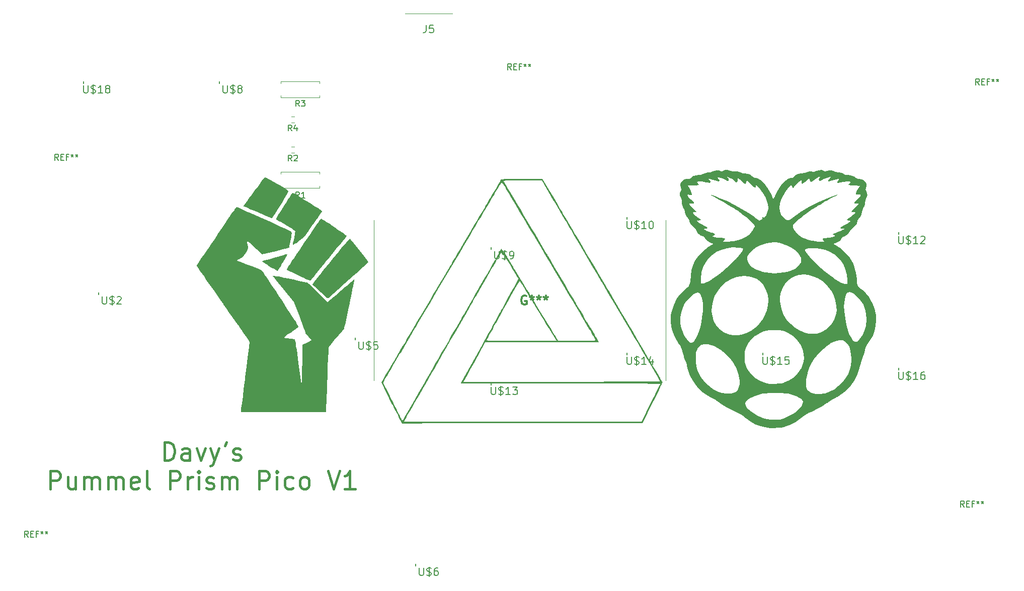
<source format=gbr>
%TF.GenerationSoftware,KiCad,Pcbnew,6.0.8-f2edbf62ab~116~ubuntu22.04.1*%
%TF.CreationDate,2022-10-10T15:37:59-06:00*%
%TF.ProjectId,PPP_pcb,5050505f-7063-4622-9e6b-696361645f70,rev?*%
%TF.SameCoordinates,Original*%
%TF.FileFunction,Legend,Top*%
%TF.FilePolarity,Positive*%
%FSLAX46Y46*%
G04 Gerber Fmt 4.6, Leading zero omitted, Abs format (unit mm)*
G04 Created by KiCad (PCBNEW 6.0.8-f2edbf62ab~116~ubuntu22.04.1) date 2022-10-10 15:37:59*
%MOMM*%
%LPD*%
G01*
G04 APERTURE LIST*
%ADD10C,0.450000*%
%ADD11C,0.150000*%
%ADD12C,0.300000*%
%ADD13C,0.127000*%
%ADD14C,0.120000*%
%ADD15C,0.020000*%
G04 APERTURE END LIST*
D10*
X107942857Y-108162142D02*
X107942857Y-105162142D01*
X108657142Y-105162142D01*
X109085714Y-105305000D01*
X109371428Y-105590714D01*
X109514285Y-105876428D01*
X109657142Y-106447857D01*
X109657142Y-106876428D01*
X109514285Y-107447857D01*
X109371428Y-107733571D01*
X109085714Y-108019285D01*
X108657142Y-108162142D01*
X107942857Y-108162142D01*
X112228571Y-108162142D02*
X112228571Y-106590714D01*
X112085714Y-106305000D01*
X111800000Y-106162142D01*
X111228571Y-106162142D01*
X110942857Y-106305000D01*
X112228571Y-108019285D02*
X111942857Y-108162142D01*
X111228571Y-108162142D01*
X110942857Y-108019285D01*
X110800000Y-107733571D01*
X110800000Y-107447857D01*
X110942857Y-107162142D01*
X111228571Y-107019285D01*
X111942857Y-107019285D01*
X112228571Y-106876428D01*
X113371428Y-106162142D02*
X114085714Y-108162142D01*
X114800000Y-106162142D01*
X115657142Y-106162142D02*
X116371428Y-108162142D01*
X117085714Y-106162142D02*
X116371428Y-108162142D01*
X116085714Y-108876428D01*
X115942857Y-109019285D01*
X115657142Y-109162142D01*
X118371428Y-105162142D02*
X118085714Y-105733571D01*
X119514285Y-108019285D02*
X119800000Y-108162142D01*
X120371428Y-108162142D01*
X120657142Y-108019285D01*
X120800000Y-107733571D01*
X120800000Y-107590714D01*
X120657142Y-107305000D01*
X120371428Y-107162142D01*
X119942857Y-107162142D01*
X119657142Y-107019285D01*
X119514285Y-106733571D01*
X119514285Y-106590714D01*
X119657142Y-106305000D01*
X119942857Y-106162142D01*
X120371428Y-106162142D01*
X120657142Y-106305000D01*
X88728571Y-112992142D02*
X88728571Y-109992142D01*
X89871428Y-109992142D01*
X90157142Y-110135000D01*
X90300000Y-110277857D01*
X90442857Y-110563571D01*
X90442857Y-110992142D01*
X90300000Y-111277857D01*
X90157142Y-111420714D01*
X89871428Y-111563571D01*
X88728571Y-111563571D01*
X93014285Y-110992142D02*
X93014285Y-112992142D01*
X91728571Y-110992142D02*
X91728571Y-112563571D01*
X91871428Y-112849285D01*
X92157142Y-112992142D01*
X92585714Y-112992142D01*
X92871428Y-112849285D01*
X93014285Y-112706428D01*
X94442857Y-112992142D02*
X94442857Y-110992142D01*
X94442857Y-111277857D02*
X94585714Y-111135000D01*
X94871428Y-110992142D01*
X95300000Y-110992142D01*
X95585714Y-111135000D01*
X95728571Y-111420714D01*
X95728571Y-112992142D01*
X95728571Y-111420714D02*
X95871428Y-111135000D01*
X96157142Y-110992142D01*
X96585714Y-110992142D01*
X96871428Y-111135000D01*
X97014285Y-111420714D01*
X97014285Y-112992142D01*
X98442857Y-112992142D02*
X98442857Y-110992142D01*
X98442857Y-111277857D02*
X98585714Y-111135000D01*
X98871428Y-110992142D01*
X99300000Y-110992142D01*
X99585714Y-111135000D01*
X99728571Y-111420714D01*
X99728571Y-112992142D01*
X99728571Y-111420714D02*
X99871428Y-111135000D01*
X100157142Y-110992142D01*
X100585714Y-110992142D01*
X100871428Y-111135000D01*
X101014285Y-111420714D01*
X101014285Y-112992142D01*
X103585714Y-112849285D02*
X103300000Y-112992142D01*
X102728571Y-112992142D01*
X102442857Y-112849285D01*
X102300000Y-112563571D01*
X102300000Y-111420714D01*
X102442857Y-111135000D01*
X102728571Y-110992142D01*
X103300000Y-110992142D01*
X103585714Y-111135000D01*
X103728571Y-111420714D01*
X103728571Y-111706428D01*
X102300000Y-111992142D01*
X105442857Y-112992142D02*
X105157142Y-112849285D01*
X105014285Y-112563571D01*
X105014285Y-109992142D01*
X108871428Y-112992142D02*
X108871428Y-109992142D01*
X110014285Y-109992142D01*
X110300000Y-110135000D01*
X110442857Y-110277857D01*
X110585714Y-110563571D01*
X110585714Y-110992142D01*
X110442857Y-111277857D01*
X110300000Y-111420714D01*
X110014285Y-111563571D01*
X108871428Y-111563571D01*
X111871428Y-112992142D02*
X111871428Y-110992142D01*
X111871428Y-111563571D02*
X112014285Y-111277857D01*
X112157142Y-111135000D01*
X112442857Y-110992142D01*
X112728571Y-110992142D01*
X113728571Y-112992142D02*
X113728571Y-110992142D01*
X113728571Y-109992142D02*
X113585714Y-110135000D01*
X113728571Y-110277857D01*
X113871428Y-110135000D01*
X113728571Y-109992142D01*
X113728571Y-110277857D01*
X115014285Y-112849285D02*
X115300000Y-112992142D01*
X115871428Y-112992142D01*
X116157142Y-112849285D01*
X116300000Y-112563571D01*
X116300000Y-112420714D01*
X116157142Y-112135000D01*
X115871428Y-111992142D01*
X115442857Y-111992142D01*
X115157142Y-111849285D01*
X115014285Y-111563571D01*
X115014285Y-111420714D01*
X115157142Y-111135000D01*
X115442857Y-110992142D01*
X115871428Y-110992142D01*
X116157142Y-111135000D01*
X117585714Y-112992142D02*
X117585714Y-110992142D01*
X117585714Y-111277857D02*
X117728571Y-111135000D01*
X118014285Y-110992142D01*
X118442857Y-110992142D01*
X118728571Y-111135000D01*
X118871428Y-111420714D01*
X118871428Y-112992142D01*
X118871428Y-111420714D02*
X119014285Y-111135000D01*
X119300000Y-110992142D01*
X119728571Y-110992142D01*
X120014285Y-111135000D01*
X120157142Y-111420714D01*
X120157142Y-112992142D01*
X123871428Y-112992142D02*
X123871428Y-109992142D01*
X125014285Y-109992142D01*
X125300000Y-110135000D01*
X125442857Y-110277857D01*
X125585714Y-110563571D01*
X125585714Y-110992142D01*
X125442857Y-111277857D01*
X125300000Y-111420714D01*
X125014285Y-111563571D01*
X123871428Y-111563571D01*
X126871428Y-112992142D02*
X126871428Y-110992142D01*
X126871428Y-109992142D02*
X126728571Y-110135000D01*
X126871428Y-110277857D01*
X127014285Y-110135000D01*
X126871428Y-109992142D01*
X126871428Y-110277857D01*
X129585714Y-112849285D02*
X129300000Y-112992142D01*
X128728571Y-112992142D01*
X128442857Y-112849285D01*
X128300000Y-112706428D01*
X128157142Y-112420714D01*
X128157142Y-111563571D01*
X128300000Y-111277857D01*
X128442857Y-111135000D01*
X128728571Y-110992142D01*
X129300000Y-110992142D01*
X129585714Y-111135000D01*
X131300000Y-112992142D02*
X131014285Y-112849285D01*
X130871428Y-112706428D01*
X130728571Y-112420714D01*
X130728571Y-111563571D01*
X130871428Y-111277857D01*
X131014285Y-111135000D01*
X131300000Y-110992142D01*
X131728571Y-110992142D01*
X132014285Y-111135000D01*
X132157142Y-111277857D01*
X132300000Y-111563571D01*
X132300000Y-112420714D01*
X132157142Y-112706428D01*
X132014285Y-112849285D01*
X131728571Y-112992142D01*
X131300000Y-112992142D01*
X135442857Y-109992142D02*
X136442857Y-112992142D01*
X137442857Y-109992142D01*
X140014285Y-112992142D02*
X138300000Y-112992142D01*
X139157142Y-112992142D02*
X139157142Y-109992142D01*
X138871428Y-110420714D01*
X138585714Y-110706428D01*
X138300000Y-110849285D01*
D11*
%TO.C,U$15*%
X208642857Y-90744523D02*
X208642857Y-91772619D01*
X208703333Y-91893571D01*
X208763809Y-91954047D01*
X208884761Y-92014523D01*
X209126666Y-92014523D01*
X209247619Y-91954047D01*
X209308095Y-91893571D01*
X209368571Y-91772619D01*
X209368571Y-90744523D01*
X209912857Y-91954047D02*
X210094285Y-92014523D01*
X210396666Y-92014523D01*
X210517619Y-91954047D01*
X210578095Y-91893571D01*
X210638571Y-91772619D01*
X210638571Y-91651666D01*
X210578095Y-91530714D01*
X210517619Y-91470238D01*
X210396666Y-91409761D01*
X210154761Y-91349285D01*
X210033809Y-91288809D01*
X209973333Y-91228333D01*
X209912857Y-91107380D01*
X209912857Y-90986428D01*
X209973333Y-90865476D01*
X210033809Y-90805000D01*
X210154761Y-90744523D01*
X210457142Y-90744523D01*
X210638571Y-90805000D01*
X210275714Y-90563095D02*
X210275714Y-92195952D01*
X211848095Y-92014523D02*
X211122380Y-92014523D01*
X211485238Y-92014523D02*
X211485238Y-90744523D01*
X211364285Y-90925952D01*
X211243333Y-91046904D01*
X211122380Y-91107380D01*
X212997142Y-90744523D02*
X212392380Y-90744523D01*
X212331904Y-91349285D01*
X212392380Y-91288809D01*
X212513333Y-91228333D01*
X212815714Y-91228333D01*
X212936666Y-91288809D01*
X212997142Y-91349285D01*
X213057619Y-91470238D01*
X213057619Y-91772619D01*
X212997142Y-91893571D01*
X212936666Y-91954047D01*
X212815714Y-92014523D01*
X212513333Y-92014523D01*
X212392380Y-91954047D01*
X212331904Y-91893571D01*
%TO.C,U$13*%
X162922857Y-95824523D02*
X162922857Y-96852619D01*
X162983333Y-96973571D01*
X163043809Y-97034047D01*
X163164761Y-97094523D01*
X163406666Y-97094523D01*
X163527619Y-97034047D01*
X163588095Y-96973571D01*
X163648571Y-96852619D01*
X163648571Y-95824523D01*
X164192857Y-97034047D02*
X164374285Y-97094523D01*
X164676666Y-97094523D01*
X164797619Y-97034047D01*
X164858095Y-96973571D01*
X164918571Y-96852619D01*
X164918571Y-96731666D01*
X164858095Y-96610714D01*
X164797619Y-96550238D01*
X164676666Y-96489761D01*
X164434761Y-96429285D01*
X164313809Y-96368809D01*
X164253333Y-96308333D01*
X164192857Y-96187380D01*
X164192857Y-96066428D01*
X164253333Y-95945476D01*
X164313809Y-95885000D01*
X164434761Y-95824523D01*
X164737142Y-95824523D01*
X164918571Y-95885000D01*
X164555714Y-95643095D02*
X164555714Y-97275952D01*
X166128095Y-97094523D02*
X165402380Y-97094523D01*
X165765238Y-97094523D02*
X165765238Y-95824523D01*
X165644285Y-96005952D01*
X165523333Y-96126904D01*
X165402380Y-96187380D01*
X166551428Y-95824523D02*
X167337619Y-95824523D01*
X166914285Y-96308333D01*
X167095714Y-96308333D01*
X167216666Y-96368809D01*
X167277142Y-96429285D01*
X167337619Y-96550238D01*
X167337619Y-96852619D01*
X167277142Y-96973571D01*
X167216666Y-97034047D01*
X167095714Y-97094523D01*
X166732857Y-97094523D01*
X166611904Y-97034047D01*
X166551428Y-96973571D01*
%TO.C,R2*%
X129373333Y-57762380D02*
X129040000Y-57286190D01*
X128801904Y-57762380D02*
X128801904Y-56762380D01*
X129182857Y-56762380D01*
X129278095Y-56810000D01*
X129325714Y-56857619D01*
X129373333Y-56952857D01*
X129373333Y-57095714D01*
X129325714Y-57190952D01*
X129278095Y-57238571D01*
X129182857Y-57286190D01*
X128801904Y-57286190D01*
X129754285Y-56857619D02*
X129801904Y-56810000D01*
X129897142Y-56762380D01*
X130135238Y-56762380D01*
X130230476Y-56810000D01*
X130278095Y-56857619D01*
X130325714Y-56952857D01*
X130325714Y-57048095D01*
X130278095Y-57190952D01*
X129706666Y-57762380D01*
X130325714Y-57762380D01*
%TO.C,U$12*%
X231502857Y-70424523D02*
X231502857Y-71452619D01*
X231563333Y-71573571D01*
X231623809Y-71634047D01*
X231744761Y-71694523D01*
X231986666Y-71694523D01*
X232107619Y-71634047D01*
X232168095Y-71573571D01*
X232228571Y-71452619D01*
X232228571Y-70424523D01*
X232772857Y-71634047D02*
X232954285Y-71694523D01*
X233256666Y-71694523D01*
X233377619Y-71634047D01*
X233438095Y-71573571D01*
X233498571Y-71452619D01*
X233498571Y-71331666D01*
X233438095Y-71210714D01*
X233377619Y-71150238D01*
X233256666Y-71089761D01*
X233014761Y-71029285D01*
X232893809Y-70968809D01*
X232833333Y-70908333D01*
X232772857Y-70787380D01*
X232772857Y-70666428D01*
X232833333Y-70545476D01*
X232893809Y-70485000D01*
X233014761Y-70424523D01*
X233317142Y-70424523D01*
X233498571Y-70485000D01*
X233135714Y-70243095D02*
X233135714Y-71875952D01*
X234708095Y-71694523D02*
X233982380Y-71694523D01*
X234345238Y-71694523D02*
X234345238Y-70424523D01*
X234224285Y-70605952D01*
X234103333Y-70726904D01*
X233982380Y-70787380D01*
X235191904Y-70545476D02*
X235252380Y-70485000D01*
X235373333Y-70424523D01*
X235675714Y-70424523D01*
X235796666Y-70485000D01*
X235857142Y-70545476D01*
X235917619Y-70666428D01*
X235917619Y-70787380D01*
X235857142Y-70968809D01*
X235131428Y-71694523D01*
X235917619Y-71694523D01*
%TO.C,U$10*%
X185782857Y-67884523D02*
X185782857Y-68912619D01*
X185843333Y-69033571D01*
X185903809Y-69094047D01*
X186024761Y-69154523D01*
X186266666Y-69154523D01*
X186387619Y-69094047D01*
X186448095Y-69033571D01*
X186508571Y-68912619D01*
X186508571Y-67884523D01*
X187052857Y-69094047D02*
X187234285Y-69154523D01*
X187536666Y-69154523D01*
X187657619Y-69094047D01*
X187718095Y-69033571D01*
X187778571Y-68912619D01*
X187778571Y-68791666D01*
X187718095Y-68670714D01*
X187657619Y-68610238D01*
X187536666Y-68549761D01*
X187294761Y-68489285D01*
X187173809Y-68428809D01*
X187113333Y-68368333D01*
X187052857Y-68247380D01*
X187052857Y-68126428D01*
X187113333Y-68005476D01*
X187173809Y-67945000D01*
X187294761Y-67884523D01*
X187597142Y-67884523D01*
X187778571Y-67945000D01*
X187415714Y-67703095D02*
X187415714Y-69335952D01*
X188988095Y-69154523D02*
X188262380Y-69154523D01*
X188625238Y-69154523D02*
X188625238Y-67884523D01*
X188504285Y-68065952D01*
X188383333Y-68186904D01*
X188262380Y-68247380D01*
X189774285Y-67884523D02*
X189895238Y-67884523D01*
X190016190Y-67945000D01*
X190076666Y-68005476D01*
X190137142Y-68126428D01*
X190197619Y-68368333D01*
X190197619Y-68670714D01*
X190137142Y-68912619D01*
X190076666Y-69033571D01*
X190016190Y-69094047D01*
X189895238Y-69154523D01*
X189774285Y-69154523D01*
X189653333Y-69094047D01*
X189592857Y-69033571D01*
X189532380Y-68912619D01*
X189471904Y-68670714D01*
X189471904Y-68368333D01*
X189532380Y-68126428D01*
X189592857Y-68005476D01*
X189653333Y-67945000D01*
X189774285Y-67884523D01*
%TO.C,REF\u002A\u002A*%
X85026666Y-121112380D02*
X84693333Y-120636190D01*
X84455238Y-121112380D02*
X84455238Y-120112380D01*
X84836190Y-120112380D01*
X84931428Y-120160000D01*
X84979047Y-120207619D01*
X85026666Y-120302857D01*
X85026666Y-120445714D01*
X84979047Y-120540952D01*
X84931428Y-120588571D01*
X84836190Y-120636190D01*
X84455238Y-120636190D01*
X85455238Y-120588571D02*
X85788571Y-120588571D01*
X85931428Y-121112380D02*
X85455238Y-121112380D01*
X85455238Y-120112380D01*
X85931428Y-120112380D01*
X86693333Y-120588571D02*
X86360000Y-120588571D01*
X86360000Y-121112380D02*
X86360000Y-120112380D01*
X86836190Y-120112380D01*
X87360000Y-120112380D02*
X87360000Y-120350476D01*
X87121904Y-120255238D02*
X87360000Y-120350476D01*
X87598095Y-120255238D01*
X87217142Y-120540952D02*
X87360000Y-120350476D01*
X87502857Y-120540952D01*
X88121904Y-120112380D02*
X88121904Y-120350476D01*
X87883809Y-120255238D02*
X88121904Y-120350476D01*
X88360000Y-120255238D01*
X87979047Y-120540952D02*
X88121904Y-120350476D01*
X88264761Y-120540952D01*
X245046666Y-44912380D02*
X244713333Y-44436190D01*
X244475238Y-44912380D02*
X244475238Y-43912380D01*
X244856190Y-43912380D01*
X244951428Y-43960000D01*
X244999047Y-44007619D01*
X245046666Y-44102857D01*
X245046666Y-44245714D01*
X244999047Y-44340952D01*
X244951428Y-44388571D01*
X244856190Y-44436190D01*
X244475238Y-44436190D01*
X245475238Y-44388571D02*
X245808571Y-44388571D01*
X245951428Y-44912380D02*
X245475238Y-44912380D01*
X245475238Y-43912380D01*
X245951428Y-43912380D01*
X246713333Y-44388571D02*
X246380000Y-44388571D01*
X246380000Y-44912380D02*
X246380000Y-43912380D01*
X246856190Y-43912380D01*
X247380000Y-43912380D02*
X247380000Y-44150476D01*
X247141904Y-44055238D02*
X247380000Y-44150476D01*
X247618095Y-44055238D01*
X247237142Y-44340952D02*
X247380000Y-44150476D01*
X247522857Y-44340952D01*
X248141904Y-43912380D02*
X248141904Y-44150476D01*
X247903809Y-44055238D02*
X248141904Y-44150476D01*
X248380000Y-44055238D01*
X247999047Y-44340952D02*
X248141904Y-44150476D01*
X248284761Y-44340952D01*
%TO.C,J5*%
X151976666Y-34864523D02*
X151976666Y-35771666D01*
X151916190Y-35953095D01*
X151795238Y-36074047D01*
X151613809Y-36134523D01*
X151492857Y-36134523D01*
X153186190Y-34864523D02*
X152581428Y-34864523D01*
X152520952Y-35469285D01*
X152581428Y-35408809D01*
X152702380Y-35348333D01*
X153004761Y-35348333D01*
X153125714Y-35408809D01*
X153186190Y-35469285D01*
X153246666Y-35590238D01*
X153246666Y-35892619D01*
X153186190Y-36013571D01*
X153125714Y-36074047D01*
X153004761Y-36134523D01*
X152702380Y-36134523D01*
X152581428Y-36074047D01*
X152520952Y-36013571D01*
%TO.C,R3*%
X130643333Y-48542380D02*
X130310000Y-48066190D01*
X130071904Y-48542380D02*
X130071904Y-47542380D01*
X130452857Y-47542380D01*
X130548095Y-47590000D01*
X130595714Y-47637619D01*
X130643333Y-47732857D01*
X130643333Y-47875714D01*
X130595714Y-47970952D01*
X130548095Y-48018571D01*
X130452857Y-48066190D01*
X130071904Y-48066190D01*
X130976666Y-47542380D02*
X131595714Y-47542380D01*
X131262380Y-47923333D01*
X131405238Y-47923333D01*
X131500476Y-47970952D01*
X131548095Y-48018571D01*
X131595714Y-48113809D01*
X131595714Y-48351904D01*
X131548095Y-48447142D01*
X131500476Y-48494761D01*
X131405238Y-48542380D01*
X131119523Y-48542380D01*
X131024285Y-48494761D01*
X130976666Y-48447142D01*
%TO.C,REF\u002A\u002A*%
X90106666Y-57612380D02*
X89773333Y-57136190D01*
X89535238Y-57612380D02*
X89535238Y-56612380D01*
X89916190Y-56612380D01*
X90011428Y-56660000D01*
X90059047Y-56707619D01*
X90106666Y-56802857D01*
X90106666Y-56945714D01*
X90059047Y-57040952D01*
X90011428Y-57088571D01*
X89916190Y-57136190D01*
X89535238Y-57136190D01*
X90535238Y-57088571D02*
X90868571Y-57088571D01*
X91011428Y-57612380D02*
X90535238Y-57612380D01*
X90535238Y-56612380D01*
X91011428Y-56612380D01*
X91773333Y-57088571D02*
X91440000Y-57088571D01*
X91440000Y-57612380D02*
X91440000Y-56612380D01*
X91916190Y-56612380D01*
X92440000Y-56612380D02*
X92440000Y-56850476D01*
X92201904Y-56755238D02*
X92440000Y-56850476D01*
X92678095Y-56755238D01*
X92297142Y-57040952D02*
X92440000Y-56850476D01*
X92582857Y-57040952D01*
X93201904Y-56612380D02*
X93201904Y-56850476D01*
X92963809Y-56755238D02*
X93201904Y-56850476D01*
X93440000Y-56755238D01*
X93059047Y-57040952D02*
X93201904Y-56850476D01*
X93344761Y-57040952D01*
%TO.C,U$16*%
X231502857Y-93284523D02*
X231502857Y-94312619D01*
X231563333Y-94433571D01*
X231623809Y-94494047D01*
X231744761Y-94554523D01*
X231986666Y-94554523D01*
X232107619Y-94494047D01*
X232168095Y-94433571D01*
X232228571Y-94312619D01*
X232228571Y-93284523D01*
X232772857Y-94494047D02*
X232954285Y-94554523D01*
X233256666Y-94554523D01*
X233377619Y-94494047D01*
X233438095Y-94433571D01*
X233498571Y-94312619D01*
X233498571Y-94191666D01*
X233438095Y-94070714D01*
X233377619Y-94010238D01*
X233256666Y-93949761D01*
X233014761Y-93889285D01*
X232893809Y-93828809D01*
X232833333Y-93768333D01*
X232772857Y-93647380D01*
X232772857Y-93526428D01*
X232833333Y-93405476D01*
X232893809Y-93345000D01*
X233014761Y-93284523D01*
X233317142Y-93284523D01*
X233498571Y-93345000D01*
X233135714Y-93103095D02*
X233135714Y-94735952D01*
X234708095Y-94554523D02*
X233982380Y-94554523D01*
X234345238Y-94554523D02*
X234345238Y-93284523D01*
X234224285Y-93465952D01*
X234103333Y-93586904D01*
X233982380Y-93647380D01*
X235796666Y-93284523D02*
X235554761Y-93284523D01*
X235433809Y-93345000D01*
X235373333Y-93405476D01*
X235252380Y-93586904D01*
X235191904Y-93828809D01*
X235191904Y-94312619D01*
X235252380Y-94433571D01*
X235312857Y-94494047D01*
X235433809Y-94554523D01*
X235675714Y-94554523D01*
X235796666Y-94494047D01*
X235857142Y-94433571D01*
X235917619Y-94312619D01*
X235917619Y-94010238D01*
X235857142Y-93889285D01*
X235796666Y-93828809D01*
X235675714Y-93768333D01*
X235433809Y-93768333D01*
X235312857Y-93828809D01*
X235252380Y-93889285D01*
X235191904Y-94010238D01*
%TO.C,R1*%
X130643333Y-63952380D02*
X130310000Y-63476190D01*
X130071904Y-63952380D02*
X130071904Y-62952380D01*
X130452857Y-62952380D01*
X130548095Y-63000000D01*
X130595714Y-63047619D01*
X130643333Y-63142857D01*
X130643333Y-63285714D01*
X130595714Y-63380952D01*
X130548095Y-63428571D01*
X130452857Y-63476190D01*
X130071904Y-63476190D01*
X131595714Y-63952380D02*
X131024285Y-63952380D01*
X131310000Y-63952380D02*
X131310000Y-62952380D01*
X131214761Y-63095238D01*
X131119523Y-63190476D01*
X131024285Y-63238095D01*
D12*
%TO.C,G\u002A\u002A\u002A*%
X168837428Y-80518000D02*
X168692285Y-80445428D01*
X168474571Y-80445428D01*
X168256857Y-80518000D01*
X168111714Y-80663142D01*
X168039142Y-80808285D01*
X167966571Y-81098571D01*
X167966571Y-81316285D01*
X168039142Y-81606571D01*
X168111714Y-81751714D01*
X168256857Y-81896857D01*
X168474571Y-81969428D01*
X168619714Y-81969428D01*
X168837428Y-81896857D01*
X168910000Y-81824285D01*
X168910000Y-81316285D01*
X168619714Y-81316285D01*
X169780857Y-80445428D02*
X169780857Y-80808285D01*
X169418000Y-80663142D02*
X169780857Y-80808285D01*
X170143714Y-80663142D01*
X169563142Y-81098571D02*
X169780857Y-80808285D01*
X169998571Y-81098571D01*
X170942000Y-80445428D02*
X170942000Y-80808285D01*
X170579142Y-80663142D02*
X170942000Y-80808285D01*
X171304857Y-80663142D01*
X170724285Y-81098571D02*
X170942000Y-80808285D01*
X171159714Y-81098571D01*
X172103142Y-80445428D02*
X172103142Y-80808285D01*
X171740285Y-80663142D02*
X172103142Y-80808285D01*
X172466000Y-80663142D01*
X171885428Y-81098571D02*
X172103142Y-80808285D01*
X172320857Y-81098571D01*
D11*
%TO.C,U$11*%
X208642857Y-67884523D02*
X208642857Y-68912619D01*
X208703333Y-69033571D01*
X208763809Y-69094047D01*
X208884761Y-69154523D01*
X209126666Y-69154523D01*
X209247619Y-69094047D01*
X209308095Y-69033571D01*
X209368571Y-68912619D01*
X209368571Y-67884523D01*
X209912857Y-69094047D02*
X210094285Y-69154523D01*
X210396666Y-69154523D01*
X210517619Y-69094047D01*
X210578095Y-69033571D01*
X210638571Y-68912619D01*
X210638571Y-68791666D01*
X210578095Y-68670714D01*
X210517619Y-68610238D01*
X210396666Y-68549761D01*
X210154761Y-68489285D01*
X210033809Y-68428809D01*
X209973333Y-68368333D01*
X209912857Y-68247380D01*
X209912857Y-68126428D01*
X209973333Y-68005476D01*
X210033809Y-67945000D01*
X210154761Y-67884523D01*
X210457142Y-67884523D01*
X210638571Y-67945000D01*
X210275714Y-67703095D02*
X210275714Y-69335952D01*
X211848095Y-69154523D02*
X211122380Y-69154523D01*
X211485238Y-69154523D02*
X211485238Y-67884523D01*
X211364285Y-68065952D01*
X211243333Y-68186904D01*
X211122380Y-68247380D01*
X213057619Y-69154523D02*
X212331904Y-69154523D01*
X212694761Y-69154523D02*
X212694761Y-67884523D01*
X212573809Y-68065952D01*
X212452857Y-68186904D01*
X212331904Y-68247380D01*
%TO.C,REF\u002A\u002A*%
X242506666Y-116032380D02*
X242173333Y-115556190D01*
X241935238Y-116032380D02*
X241935238Y-115032380D01*
X242316190Y-115032380D01*
X242411428Y-115080000D01*
X242459047Y-115127619D01*
X242506666Y-115222857D01*
X242506666Y-115365714D01*
X242459047Y-115460952D01*
X242411428Y-115508571D01*
X242316190Y-115556190D01*
X241935238Y-115556190D01*
X242935238Y-115508571D02*
X243268571Y-115508571D01*
X243411428Y-116032380D02*
X242935238Y-116032380D01*
X242935238Y-115032380D01*
X243411428Y-115032380D01*
X244173333Y-115508571D02*
X243840000Y-115508571D01*
X243840000Y-116032380D02*
X243840000Y-115032380D01*
X244316190Y-115032380D01*
X244840000Y-115032380D02*
X244840000Y-115270476D01*
X244601904Y-115175238D02*
X244840000Y-115270476D01*
X245078095Y-115175238D01*
X244697142Y-115460952D02*
X244840000Y-115270476D01*
X244982857Y-115460952D01*
X245601904Y-115032380D02*
X245601904Y-115270476D01*
X245363809Y-115175238D02*
X245601904Y-115270476D01*
X245840000Y-115175238D01*
X245459047Y-115460952D02*
X245601904Y-115270476D01*
X245744761Y-115460952D01*
%TO.C,U$18*%
X94342857Y-45024523D02*
X94342857Y-46052619D01*
X94403333Y-46173571D01*
X94463809Y-46234047D01*
X94584761Y-46294523D01*
X94826666Y-46294523D01*
X94947619Y-46234047D01*
X95008095Y-46173571D01*
X95068571Y-46052619D01*
X95068571Y-45024523D01*
X95612857Y-46234047D02*
X95794285Y-46294523D01*
X96096666Y-46294523D01*
X96217619Y-46234047D01*
X96278095Y-46173571D01*
X96338571Y-46052619D01*
X96338571Y-45931666D01*
X96278095Y-45810714D01*
X96217619Y-45750238D01*
X96096666Y-45689761D01*
X95854761Y-45629285D01*
X95733809Y-45568809D01*
X95673333Y-45508333D01*
X95612857Y-45387380D01*
X95612857Y-45266428D01*
X95673333Y-45145476D01*
X95733809Y-45085000D01*
X95854761Y-45024523D01*
X96157142Y-45024523D01*
X96338571Y-45085000D01*
X95975714Y-44843095D02*
X95975714Y-46475952D01*
X97548095Y-46294523D02*
X96822380Y-46294523D01*
X97185238Y-46294523D02*
X97185238Y-45024523D01*
X97064285Y-45205952D01*
X96943333Y-45326904D01*
X96822380Y-45387380D01*
X98273809Y-45568809D02*
X98152857Y-45508333D01*
X98092380Y-45447857D01*
X98031904Y-45326904D01*
X98031904Y-45266428D01*
X98092380Y-45145476D01*
X98152857Y-45085000D01*
X98273809Y-45024523D01*
X98515714Y-45024523D01*
X98636666Y-45085000D01*
X98697142Y-45145476D01*
X98757619Y-45266428D01*
X98757619Y-45326904D01*
X98697142Y-45447857D01*
X98636666Y-45508333D01*
X98515714Y-45568809D01*
X98273809Y-45568809D01*
X98152857Y-45629285D01*
X98092380Y-45689761D01*
X98031904Y-45810714D01*
X98031904Y-46052619D01*
X98092380Y-46173571D01*
X98152857Y-46234047D01*
X98273809Y-46294523D01*
X98515714Y-46294523D01*
X98636666Y-46234047D01*
X98697142Y-46173571D01*
X98757619Y-46052619D01*
X98757619Y-45810714D01*
X98697142Y-45689761D01*
X98636666Y-45629285D01*
X98515714Y-45568809D01*
%TO.C,U$6*%
X150827619Y-126304523D02*
X150827619Y-127332619D01*
X150888095Y-127453571D01*
X150948571Y-127514047D01*
X151069523Y-127574523D01*
X151311428Y-127574523D01*
X151432380Y-127514047D01*
X151492857Y-127453571D01*
X151553333Y-127332619D01*
X151553333Y-126304523D01*
X152097619Y-127514047D02*
X152279047Y-127574523D01*
X152581428Y-127574523D01*
X152702380Y-127514047D01*
X152762857Y-127453571D01*
X152823333Y-127332619D01*
X152823333Y-127211666D01*
X152762857Y-127090714D01*
X152702380Y-127030238D01*
X152581428Y-126969761D01*
X152339523Y-126909285D01*
X152218571Y-126848809D01*
X152158095Y-126788333D01*
X152097619Y-126667380D01*
X152097619Y-126546428D01*
X152158095Y-126425476D01*
X152218571Y-126365000D01*
X152339523Y-126304523D01*
X152641904Y-126304523D01*
X152823333Y-126365000D01*
X152460476Y-126123095D02*
X152460476Y-127755952D01*
X153911904Y-126304523D02*
X153670000Y-126304523D01*
X153549047Y-126365000D01*
X153488571Y-126425476D01*
X153367619Y-126606904D01*
X153307142Y-126848809D01*
X153307142Y-127332619D01*
X153367619Y-127453571D01*
X153428095Y-127514047D01*
X153549047Y-127574523D01*
X153790952Y-127574523D01*
X153911904Y-127514047D01*
X153972380Y-127453571D01*
X154032857Y-127332619D01*
X154032857Y-127030238D01*
X153972380Y-126909285D01*
X153911904Y-126848809D01*
X153790952Y-126788333D01*
X153549047Y-126788333D01*
X153428095Y-126848809D01*
X153367619Y-126909285D01*
X153307142Y-127030238D01*
%TO.C,U$14*%
X185782857Y-90744523D02*
X185782857Y-91772619D01*
X185843333Y-91893571D01*
X185903809Y-91954047D01*
X186024761Y-92014523D01*
X186266666Y-92014523D01*
X186387619Y-91954047D01*
X186448095Y-91893571D01*
X186508571Y-91772619D01*
X186508571Y-90744523D01*
X187052857Y-91954047D02*
X187234285Y-92014523D01*
X187536666Y-92014523D01*
X187657619Y-91954047D01*
X187718095Y-91893571D01*
X187778571Y-91772619D01*
X187778571Y-91651666D01*
X187718095Y-91530714D01*
X187657619Y-91470238D01*
X187536666Y-91409761D01*
X187294761Y-91349285D01*
X187173809Y-91288809D01*
X187113333Y-91228333D01*
X187052857Y-91107380D01*
X187052857Y-90986428D01*
X187113333Y-90865476D01*
X187173809Y-90805000D01*
X187294761Y-90744523D01*
X187597142Y-90744523D01*
X187778571Y-90805000D01*
X187415714Y-90563095D02*
X187415714Y-92195952D01*
X188988095Y-92014523D02*
X188262380Y-92014523D01*
X188625238Y-92014523D02*
X188625238Y-90744523D01*
X188504285Y-90925952D01*
X188383333Y-91046904D01*
X188262380Y-91107380D01*
X190076666Y-91167857D02*
X190076666Y-92014523D01*
X189774285Y-90684047D02*
X189471904Y-91591190D01*
X190258095Y-91591190D01*
%TO.C,U$2*%
X97487619Y-80584523D02*
X97487619Y-81612619D01*
X97548095Y-81733571D01*
X97608571Y-81794047D01*
X97729523Y-81854523D01*
X97971428Y-81854523D01*
X98092380Y-81794047D01*
X98152857Y-81733571D01*
X98213333Y-81612619D01*
X98213333Y-80584523D01*
X98757619Y-81794047D02*
X98939047Y-81854523D01*
X99241428Y-81854523D01*
X99362380Y-81794047D01*
X99422857Y-81733571D01*
X99483333Y-81612619D01*
X99483333Y-81491666D01*
X99422857Y-81370714D01*
X99362380Y-81310238D01*
X99241428Y-81249761D01*
X98999523Y-81189285D01*
X98878571Y-81128809D01*
X98818095Y-81068333D01*
X98757619Y-80947380D01*
X98757619Y-80826428D01*
X98818095Y-80705476D01*
X98878571Y-80645000D01*
X98999523Y-80584523D01*
X99301904Y-80584523D01*
X99483333Y-80645000D01*
X99120476Y-80403095D02*
X99120476Y-82035952D01*
X99967142Y-80705476D02*
X100027619Y-80645000D01*
X100148571Y-80584523D01*
X100450952Y-80584523D01*
X100571904Y-80645000D01*
X100632380Y-80705476D01*
X100692857Y-80826428D01*
X100692857Y-80947380D01*
X100632380Y-81128809D01*
X99906666Y-81854523D01*
X100692857Y-81854523D01*
%TO.C,U$8*%
X117807619Y-45024523D02*
X117807619Y-46052619D01*
X117868095Y-46173571D01*
X117928571Y-46234047D01*
X118049523Y-46294523D01*
X118291428Y-46294523D01*
X118412380Y-46234047D01*
X118472857Y-46173571D01*
X118533333Y-46052619D01*
X118533333Y-45024523D01*
X119077619Y-46234047D02*
X119259047Y-46294523D01*
X119561428Y-46294523D01*
X119682380Y-46234047D01*
X119742857Y-46173571D01*
X119803333Y-46052619D01*
X119803333Y-45931666D01*
X119742857Y-45810714D01*
X119682380Y-45750238D01*
X119561428Y-45689761D01*
X119319523Y-45629285D01*
X119198571Y-45568809D01*
X119138095Y-45508333D01*
X119077619Y-45387380D01*
X119077619Y-45266428D01*
X119138095Y-45145476D01*
X119198571Y-45085000D01*
X119319523Y-45024523D01*
X119621904Y-45024523D01*
X119803333Y-45085000D01*
X119440476Y-44843095D02*
X119440476Y-46475952D01*
X120529047Y-45568809D02*
X120408095Y-45508333D01*
X120347619Y-45447857D01*
X120287142Y-45326904D01*
X120287142Y-45266428D01*
X120347619Y-45145476D01*
X120408095Y-45085000D01*
X120529047Y-45024523D01*
X120770952Y-45024523D01*
X120891904Y-45085000D01*
X120952380Y-45145476D01*
X121012857Y-45266428D01*
X121012857Y-45326904D01*
X120952380Y-45447857D01*
X120891904Y-45508333D01*
X120770952Y-45568809D01*
X120529047Y-45568809D01*
X120408095Y-45629285D01*
X120347619Y-45689761D01*
X120287142Y-45810714D01*
X120287142Y-46052619D01*
X120347619Y-46173571D01*
X120408095Y-46234047D01*
X120529047Y-46294523D01*
X120770952Y-46294523D01*
X120891904Y-46234047D01*
X120952380Y-46173571D01*
X121012857Y-46052619D01*
X121012857Y-45810714D01*
X120952380Y-45689761D01*
X120891904Y-45629285D01*
X120770952Y-45568809D01*
%TO.C,REF\u002A\u002A*%
X166306666Y-42372380D02*
X165973333Y-41896190D01*
X165735238Y-42372380D02*
X165735238Y-41372380D01*
X166116190Y-41372380D01*
X166211428Y-41420000D01*
X166259047Y-41467619D01*
X166306666Y-41562857D01*
X166306666Y-41705714D01*
X166259047Y-41800952D01*
X166211428Y-41848571D01*
X166116190Y-41896190D01*
X165735238Y-41896190D01*
X166735238Y-41848571D02*
X167068571Y-41848571D01*
X167211428Y-42372380D02*
X166735238Y-42372380D01*
X166735238Y-41372380D01*
X167211428Y-41372380D01*
X167973333Y-41848571D02*
X167640000Y-41848571D01*
X167640000Y-42372380D02*
X167640000Y-41372380D01*
X168116190Y-41372380D01*
X168640000Y-41372380D02*
X168640000Y-41610476D01*
X168401904Y-41515238D02*
X168640000Y-41610476D01*
X168878095Y-41515238D01*
X168497142Y-41800952D02*
X168640000Y-41610476D01*
X168782857Y-41800952D01*
X169401904Y-41372380D02*
X169401904Y-41610476D01*
X169163809Y-41515238D02*
X169401904Y-41610476D01*
X169640000Y-41515238D01*
X169259047Y-41800952D02*
X169401904Y-41610476D01*
X169544761Y-41800952D01*
%TO.C,U$4*%
X120347619Y-80584523D02*
X120347619Y-81612619D01*
X120408095Y-81733571D01*
X120468571Y-81794047D01*
X120589523Y-81854523D01*
X120831428Y-81854523D01*
X120952380Y-81794047D01*
X121012857Y-81733571D01*
X121073333Y-81612619D01*
X121073333Y-80584523D01*
X121617619Y-81794047D02*
X121799047Y-81854523D01*
X122101428Y-81854523D01*
X122222380Y-81794047D01*
X122282857Y-81733571D01*
X122343333Y-81612619D01*
X122343333Y-81491666D01*
X122282857Y-81370714D01*
X122222380Y-81310238D01*
X122101428Y-81249761D01*
X121859523Y-81189285D01*
X121738571Y-81128809D01*
X121678095Y-81068333D01*
X121617619Y-80947380D01*
X121617619Y-80826428D01*
X121678095Y-80705476D01*
X121738571Y-80645000D01*
X121859523Y-80584523D01*
X122161904Y-80584523D01*
X122343333Y-80645000D01*
X121980476Y-80403095D02*
X121980476Y-82035952D01*
X123431904Y-81007857D02*
X123431904Y-81854523D01*
X123129523Y-80524047D02*
X122827142Y-81431190D01*
X123613333Y-81431190D01*
%TO.C,U$9*%
X163527619Y-72964523D02*
X163527619Y-73992619D01*
X163588095Y-74113571D01*
X163648571Y-74174047D01*
X163769523Y-74234523D01*
X164011428Y-74234523D01*
X164132380Y-74174047D01*
X164192857Y-74113571D01*
X164253333Y-73992619D01*
X164253333Y-72964523D01*
X164797619Y-74174047D02*
X164979047Y-74234523D01*
X165281428Y-74234523D01*
X165402380Y-74174047D01*
X165462857Y-74113571D01*
X165523333Y-73992619D01*
X165523333Y-73871666D01*
X165462857Y-73750714D01*
X165402380Y-73690238D01*
X165281428Y-73629761D01*
X165039523Y-73569285D01*
X164918571Y-73508809D01*
X164858095Y-73448333D01*
X164797619Y-73327380D01*
X164797619Y-73206428D01*
X164858095Y-73085476D01*
X164918571Y-73025000D01*
X165039523Y-72964523D01*
X165341904Y-72964523D01*
X165523333Y-73025000D01*
X165160476Y-72783095D02*
X165160476Y-74415952D01*
X166128095Y-74234523D02*
X166370000Y-74234523D01*
X166490952Y-74174047D01*
X166551428Y-74113571D01*
X166672380Y-73932142D01*
X166732857Y-73690238D01*
X166732857Y-73206428D01*
X166672380Y-73085476D01*
X166611904Y-73025000D01*
X166490952Y-72964523D01*
X166249047Y-72964523D01*
X166128095Y-73025000D01*
X166067619Y-73085476D01*
X166007142Y-73206428D01*
X166007142Y-73508809D01*
X166067619Y-73629761D01*
X166128095Y-73690238D01*
X166249047Y-73750714D01*
X166490952Y-73750714D01*
X166611904Y-73690238D01*
X166672380Y-73629761D01*
X166732857Y-73508809D01*
%TO.C,U$5*%
X140667619Y-88204523D02*
X140667619Y-89232619D01*
X140728095Y-89353571D01*
X140788571Y-89414047D01*
X140909523Y-89474523D01*
X141151428Y-89474523D01*
X141272380Y-89414047D01*
X141332857Y-89353571D01*
X141393333Y-89232619D01*
X141393333Y-88204523D01*
X141937619Y-89414047D02*
X142119047Y-89474523D01*
X142421428Y-89474523D01*
X142542380Y-89414047D01*
X142602857Y-89353571D01*
X142663333Y-89232619D01*
X142663333Y-89111666D01*
X142602857Y-88990714D01*
X142542380Y-88930238D01*
X142421428Y-88869761D01*
X142179523Y-88809285D01*
X142058571Y-88748809D01*
X141998095Y-88688333D01*
X141937619Y-88567380D01*
X141937619Y-88446428D01*
X141998095Y-88325476D01*
X142058571Y-88265000D01*
X142179523Y-88204523D01*
X142481904Y-88204523D01*
X142663333Y-88265000D01*
X142300476Y-88023095D02*
X142300476Y-89655952D01*
X143812380Y-88204523D02*
X143207619Y-88204523D01*
X143147142Y-88809285D01*
X143207619Y-88748809D01*
X143328571Y-88688333D01*
X143630952Y-88688333D01*
X143751904Y-88748809D01*
X143812380Y-88809285D01*
X143872857Y-88930238D01*
X143872857Y-89232619D01*
X143812380Y-89353571D01*
X143751904Y-89414047D01*
X143630952Y-89474523D01*
X143328571Y-89474523D01*
X143207619Y-89414047D01*
X143147142Y-89353571D01*
%TO.C,R4*%
X129373333Y-52682380D02*
X129040000Y-52206190D01*
X128801904Y-52682380D02*
X128801904Y-51682380D01*
X129182857Y-51682380D01*
X129278095Y-51730000D01*
X129325714Y-51777619D01*
X129373333Y-51872857D01*
X129373333Y-52015714D01*
X129325714Y-52110952D01*
X129278095Y-52158571D01*
X129182857Y-52206190D01*
X128801904Y-52206190D01*
X130230476Y-52015714D02*
X130230476Y-52682380D01*
X129992380Y-51634761D02*
X129754285Y-52349047D01*
X130373333Y-52349047D01*
D13*
%TO.C,U$15*%
X208661000Y-90424000D02*
X208661000Y-90043000D01*
%TO.C,U$13*%
X162941000Y-95504000D02*
X162941000Y-95123000D01*
D14*
%TO.C,R2*%
X129777258Y-55357500D02*
X129302742Y-55357500D01*
X129777258Y-56402500D02*
X129302742Y-56402500D01*
D13*
%TO.C,U$12*%
X231521000Y-70104000D02*
X231521000Y-69723000D01*
%TO.C,U$10*%
X185801000Y-67564000D02*
X185801000Y-67183000D01*
D15*
%TO.C,J5*%
X156400000Y-32960000D02*
X148400000Y-32960000D01*
D14*
%TO.C,R3*%
X134080000Y-47090000D02*
X127540000Y-47090000D01*
X134080000Y-46760000D02*
X134080000Y-47090000D01*
X134080000Y-44350000D02*
X127540000Y-44350000D01*
X127540000Y-44350000D02*
X127540000Y-44680000D01*
X127540000Y-47090000D02*
X127540000Y-46760000D01*
X134080000Y-44680000D02*
X134080000Y-44350000D01*
D13*
%TO.C,U$16*%
X231521000Y-92964000D02*
X231521000Y-92583000D01*
D14*
%TO.C,R1*%
X134080000Y-59920000D02*
X134080000Y-59590000D01*
X134080000Y-59590000D02*
X127540000Y-59590000D01*
X134080000Y-62000000D02*
X134080000Y-62330000D01*
X127540000Y-59590000D02*
X127540000Y-59920000D01*
X134080000Y-62330000D02*
X127540000Y-62330000D01*
X127540000Y-62330000D02*
X127540000Y-62000000D01*
%TO.C,G\u002A\u002A\u002A*%
G36*
X143226553Y-67621693D02*
G01*
X143228165Y-67838578D01*
X143229834Y-68213318D01*
X143231552Y-68748899D01*
X143233314Y-69448308D01*
X143234830Y-70167500D01*
X143237633Y-71809248D01*
X143239913Y-73591480D01*
X143241672Y-75485347D01*
X143242909Y-77462001D01*
X143243624Y-79492593D01*
X143243817Y-81548274D01*
X143243488Y-83600196D01*
X143242637Y-85619510D01*
X143241264Y-87577368D01*
X143239369Y-89444921D01*
X143236953Y-91193320D01*
X143234830Y-92392500D01*
X143233035Y-93232360D01*
X143231280Y-93905873D01*
X143229569Y-94416027D01*
X143227909Y-94765807D01*
X143226305Y-94958201D01*
X143224764Y-94996195D01*
X143223292Y-94882777D01*
X143221894Y-94620933D01*
X143220575Y-94213649D01*
X143219343Y-93663913D01*
X143218203Y-92974711D01*
X143217160Y-92149031D01*
X143216220Y-91189858D01*
X143215390Y-90100179D01*
X143214676Y-88882982D01*
X143214082Y-87541253D01*
X143213615Y-86077979D01*
X143213281Y-84496146D01*
X143213086Y-82798742D01*
X143213034Y-81280000D01*
X143213107Y-79487474D01*
X143213325Y-77808001D01*
X143213680Y-76244569D01*
X143214167Y-74800163D01*
X143214780Y-73477771D01*
X143215513Y-72280380D01*
X143216361Y-71210976D01*
X143217317Y-70272545D01*
X143218375Y-69468076D01*
X143219530Y-68800554D01*
X143220777Y-68272966D01*
X143222108Y-67888299D01*
X143223518Y-67649540D01*
X143225002Y-67559676D01*
X143226553Y-67621693D01*
G37*
G36*
X192333219Y-67621693D02*
G01*
X192334832Y-67838578D01*
X192336501Y-68213318D01*
X192338219Y-68748899D01*
X192339981Y-69448308D01*
X192341497Y-70167500D01*
X192344299Y-71809248D01*
X192346580Y-73591480D01*
X192348339Y-75485347D01*
X192349576Y-77462001D01*
X192350290Y-79492593D01*
X192350483Y-81548274D01*
X192350154Y-83600196D01*
X192349304Y-85619510D01*
X192347931Y-87577368D01*
X192346036Y-89444921D01*
X192343619Y-91193320D01*
X192341497Y-92392500D01*
X192339702Y-93232360D01*
X192337946Y-93905873D01*
X192336235Y-94416027D01*
X192334575Y-94765807D01*
X192332972Y-94958201D01*
X192331431Y-94996195D01*
X192329958Y-94882777D01*
X192328560Y-94620933D01*
X192327242Y-94213649D01*
X192326010Y-93663913D01*
X192324869Y-92974711D01*
X192323826Y-92149031D01*
X192322887Y-91189858D01*
X192322057Y-90100179D01*
X192321342Y-88882982D01*
X192320749Y-87541253D01*
X192320282Y-86077979D01*
X192319948Y-84496146D01*
X192319753Y-82798742D01*
X192319700Y-81280000D01*
X192319774Y-79487474D01*
X192319991Y-77808001D01*
X192320347Y-76244569D01*
X192320834Y-74800163D01*
X192321447Y-73477771D01*
X192322180Y-72280380D01*
X192323027Y-71210976D01*
X192323983Y-70272545D01*
X192325042Y-69468076D01*
X192326197Y-68800554D01*
X192327443Y-68272966D01*
X192328774Y-67888299D01*
X192330185Y-67649540D01*
X192331668Y-67559676D01*
X192333219Y-67621693D01*
G37*
G36*
X147433918Y-101040141D02*
G01*
X147123526Y-100442082D01*
X146745214Y-99697281D01*
X146297356Y-98802698D01*
X146189962Y-98586754D01*
X144443726Y-95071773D01*
X144780000Y-95071773D01*
X144816316Y-95165971D01*
X144918929Y-95390262D01*
X145078328Y-95725573D01*
X145285006Y-96152834D01*
X145529455Y-96652972D01*
X145802168Y-97206916D01*
X146093635Y-97795593D01*
X146394349Y-98399932D01*
X146694801Y-99000861D01*
X146985485Y-99579309D01*
X147256891Y-100116203D01*
X147499511Y-100592471D01*
X147703838Y-100989043D01*
X147860364Y-101286845D01*
X147959580Y-101466807D01*
X147991268Y-101513117D01*
X148043764Y-101441850D01*
X148168791Y-101241327D01*
X148355598Y-100929732D01*
X148593434Y-100525246D01*
X148871548Y-100046053D01*
X149179188Y-99510334D01*
X149280395Y-99332950D01*
X149671164Y-98647691D01*
X150103804Y-97890176D01*
X150551447Y-97107371D01*
X150987225Y-96346243D01*
X151384269Y-95653759D01*
X151616151Y-95250000D01*
X151895458Y-94763921D01*
X152243741Y-94157528D01*
X152645742Y-93457400D01*
X153086202Y-92690120D01*
X153549863Y-91882268D01*
X154021466Y-91060426D01*
X154485755Y-90251175D01*
X154726588Y-89831334D01*
X155190950Y-89021811D01*
X155679429Y-88170325D01*
X156175213Y-87306180D01*
X156661484Y-86458682D01*
X157121431Y-85657134D01*
X157538236Y-84930843D01*
X157895087Y-84309112D01*
X158030052Y-84074000D01*
X158387184Y-83451832D01*
X158807605Y-82719275D01*
X159270370Y-81912832D01*
X159754532Y-81069011D01*
X160239145Y-80224316D01*
X160703264Y-79415252D01*
X160993451Y-78909334D01*
X161412045Y-78179531D01*
X161847863Y-77419742D01*
X162283529Y-76660260D01*
X162701665Y-75931375D01*
X163084894Y-75263378D01*
X163415840Y-74686561D01*
X163640521Y-74295000D01*
X163919989Y-73809418D01*
X164172694Y-73373031D01*
X164386069Y-73007321D01*
X164547550Y-72733771D01*
X164644568Y-72573861D01*
X164665971Y-72542053D01*
X164726209Y-72588692D01*
X164855436Y-72757319D01*
X165036866Y-73023918D01*
X165253716Y-73364471D01*
X165346431Y-73515719D01*
X165619392Y-73964950D01*
X165946566Y-74502177D01*
X166293606Y-75071067D01*
X166626164Y-75615288D01*
X166750836Y-75819000D01*
X166967080Y-76172606D01*
X167256978Y-76647350D01*
X167606185Y-77219702D01*
X168000352Y-77866132D01*
X168425134Y-78563107D01*
X168866182Y-79287097D01*
X169309150Y-80014572D01*
X169460980Y-80264000D01*
X169909352Y-81000602D01*
X170367605Y-81753327D01*
X170820139Y-82496558D01*
X171251354Y-83204677D01*
X171645648Y-83852065D01*
X171987422Y-84413107D01*
X172261074Y-84862182D01*
X172322530Y-84963000D01*
X172638240Y-85481179D01*
X172959306Y-86008689D01*
X173262464Y-86507267D01*
X173524447Y-86938652D01*
X173721991Y-87264579D01*
X173725371Y-87270167D01*
X174199138Y-88053334D01*
X177354235Y-88053334D01*
X178181333Y-88051230D01*
X178900632Y-88045104D01*
X179501134Y-88035237D01*
X179971843Y-88021907D01*
X180301760Y-88005393D01*
X180479887Y-87985975D01*
X180509333Y-87973190D01*
X180467914Y-87875324D01*
X180354103Y-87661015D01*
X180183564Y-87358457D01*
X179971964Y-86995843D01*
X179885958Y-86851356D01*
X179659399Y-86471782D01*
X179368620Y-85983117D01*
X179035440Y-85422116D01*
X178681678Y-84825532D01*
X178329155Y-84230121D01*
X178161748Y-83947000D01*
X177887671Y-83483459D01*
X177541868Y-82898944D01*
X177138954Y-82218143D01*
X176693548Y-81465747D01*
X176220268Y-80666447D01*
X175733730Y-79844933D01*
X175248553Y-79025895D01*
X174878499Y-78401334D01*
X174405777Y-77603560D01*
X173921153Y-76785668D01*
X173439081Y-75972056D01*
X172974019Y-75187123D01*
X172540421Y-74455268D01*
X172152743Y-73800890D01*
X171825443Y-73248388D01*
X171617893Y-72898000D01*
X171347459Y-72441435D01*
X171005342Y-71863875D01*
X170606169Y-71190009D01*
X170164567Y-70444528D01*
X169695160Y-69652123D01*
X169212576Y-68837485D01*
X168731440Y-68025305D01*
X168382923Y-67437000D01*
X167928624Y-66670016D01*
X167475492Y-65904774D01*
X167035879Y-65162150D01*
X166622137Y-64463020D01*
X166246619Y-63828259D01*
X165921675Y-63278741D01*
X165659660Y-62835343D01*
X165488665Y-62545640D01*
X165243784Y-62139354D01*
X165025007Y-61793301D01*
X164847561Y-61530225D01*
X164726670Y-61372872D01*
X164680604Y-61338567D01*
X164618338Y-61421525D01*
X164484390Y-61628632D01*
X164292425Y-61937786D01*
X164056108Y-62326884D01*
X163789104Y-62773824D01*
X163697953Y-62927927D01*
X163392984Y-63444621D01*
X163026596Y-64065121D01*
X162623567Y-64747482D01*
X162208674Y-65449757D01*
X161806694Y-66130001D01*
X161561368Y-66545044D01*
X161183209Y-67184960D01*
X160745236Y-67926466D01*
X160273603Y-68725262D01*
X159794459Y-69537048D01*
X159333958Y-70317525D01*
X158937324Y-70990044D01*
X158530502Y-71679988D01*
X158090774Y-72425680D01*
X157641746Y-73187094D01*
X157207023Y-73924204D01*
X156810210Y-74596984D01*
X156474913Y-75165408D01*
X156463945Y-75184000D01*
X155548216Y-76736313D01*
X154713129Y-78151963D01*
X153953271Y-79440127D01*
X153263232Y-80609981D01*
X152637600Y-81670700D01*
X152070962Y-82631460D01*
X151557908Y-83501436D01*
X151093025Y-84289805D01*
X150670902Y-85005741D01*
X150286127Y-85658420D01*
X150056120Y-86048622D01*
X149639586Y-86755076D01*
X149180005Y-87534162D01*
X148703537Y-88341559D01*
X148236340Y-89132944D01*
X147804576Y-89863998D01*
X147457524Y-90451288D01*
X146907827Y-91381352D01*
X146438231Y-92176459D01*
X146042523Y-92847333D01*
X145714485Y-93404702D01*
X145447904Y-93859288D01*
X145236565Y-94221817D01*
X145074251Y-94503015D01*
X144954750Y-94713606D01*
X144871844Y-94864315D01*
X144819319Y-94965868D01*
X144790961Y-95028989D01*
X144780554Y-95064403D01*
X144780000Y-95071773D01*
X144443726Y-95071773D01*
X144438217Y-95060683D01*
X144764233Y-94499175D01*
X144884294Y-94293689D01*
X145078043Y-93963682D01*
X145332973Y-93530384D01*
X145636576Y-93015029D01*
X145976347Y-92438848D01*
X146339778Y-91823074D01*
X146641053Y-91313000D01*
X147060610Y-90602912D01*
X147507240Y-89846995D01*
X147960024Y-89080652D01*
X148398044Y-88339287D01*
X148800385Y-87658305D01*
X149146127Y-87073107D01*
X149267304Y-86868000D01*
X149523729Y-86433775D01*
X149853036Y-85875829D01*
X150242148Y-85216332D01*
X150677989Y-84477456D01*
X151147482Y-83681372D01*
X151637550Y-82850253D01*
X152135117Y-82006269D01*
X152627106Y-81171593D01*
X152737862Y-80983667D01*
X153208467Y-80185324D01*
X153672957Y-79397687D01*
X154120554Y-78639009D01*
X154540482Y-77927541D01*
X154921964Y-77281536D01*
X155254222Y-76719248D01*
X155526482Y-76258927D01*
X155727964Y-75918828D01*
X155787240Y-75819000D01*
X155954130Y-75537621D01*
X156196550Y-75128010D01*
X156504072Y-74607830D01*
X156866266Y-73994741D01*
X157272703Y-73306404D01*
X157712953Y-72560482D01*
X158176587Y-71774634D01*
X158653175Y-70966523D01*
X158937068Y-70485000D01*
X159534301Y-69471890D01*
X160053855Y-68590559D01*
X160504044Y-67826914D01*
X160893183Y-67166860D01*
X161229585Y-66596303D01*
X161521564Y-66101149D01*
X161777433Y-65667304D01*
X162005507Y-65280673D01*
X162214100Y-64927163D01*
X162411525Y-64592680D01*
X162606095Y-64263129D01*
X162806126Y-63924416D01*
X163019931Y-63562447D01*
X163255823Y-63163128D01*
X163431945Y-62865000D01*
X163731022Y-62354853D01*
X163999318Y-61889745D01*
X164225247Y-61490374D01*
X164397223Y-61177434D01*
X164503661Y-60971621D01*
X164533948Y-60896500D01*
X164568708Y-60869409D01*
X164680397Y-60847033D01*
X164881477Y-60828998D01*
X165184410Y-60814930D01*
X165601658Y-60804455D01*
X166145683Y-60797197D01*
X166828947Y-60792783D01*
X167663912Y-60790838D01*
X168056932Y-60790667D01*
X171578309Y-60790667D01*
X172839258Y-62928500D01*
X173224952Y-63582437D01*
X173640867Y-64287659D01*
X174062482Y-65002584D01*
X174465275Y-65685631D01*
X174824725Y-66295219D01*
X175048648Y-66675000D01*
X175383249Y-67242413D01*
X175774724Y-67906093D01*
X176193844Y-68616501D01*
X176611383Y-69324097D01*
X176998110Y-69979339D01*
X177096689Y-70146334D01*
X177450729Y-70746286D01*
X177864187Y-71447300D01*
X178310605Y-72204495D01*
X178763528Y-72972988D01*
X179196496Y-73707898D01*
X179492383Y-74210334D01*
X179890931Y-74887034D01*
X180327413Y-75627790D01*
X180775850Y-76388534D01*
X181210263Y-77125201D01*
X181604672Y-77793724D01*
X181863387Y-78232000D01*
X182095258Y-78624906D01*
X182402404Y-79145736D01*
X182774213Y-79776479D01*
X183200073Y-80499123D01*
X183669374Y-81295658D01*
X184171503Y-82148072D01*
X184695848Y-83038354D01*
X185231799Y-83948492D01*
X185768744Y-84860474D01*
X185928787Y-85132334D01*
X186750156Y-86527514D01*
X187489987Y-87783958D01*
X188152571Y-88908900D01*
X188742197Y-89909574D01*
X189263156Y-90793215D01*
X189719739Y-91567056D01*
X190116235Y-92238331D01*
X190456936Y-92814275D01*
X190746131Y-93302121D01*
X190988112Y-93709104D01*
X191187167Y-94042457D01*
X191347589Y-94309415D01*
X191473667Y-94517212D01*
X191569692Y-94673082D01*
X191639953Y-94784258D01*
X191688742Y-94857975D01*
X191720349Y-94901468D01*
X191728535Y-94911334D01*
X191745862Y-94960481D01*
X191735873Y-95049988D01*
X191692852Y-95192489D01*
X191611082Y-95400620D01*
X191484848Y-95687017D01*
X191308434Y-96064315D01*
X191076125Y-96545150D01*
X190782205Y-97142157D01*
X190420958Y-97867972D01*
X190110404Y-98488500D01*
X188380965Y-101938667D01*
X168248415Y-101938667D01*
X165763499Y-101938996D01*
X163446767Y-101939986D01*
X161297069Y-101941642D01*
X159313257Y-101943969D01*
X157494183Y-101946973D01*
X155838698Y-101950657D01*
X154345654Y-101955027D01*
X153013901Y-101960088D01*
X151842291Y-101965845D01*
X150829676Y-101972303D01*
X149974906Y-101979466D01*
X149276834Y-101987340D01*
X148734310Y-101995930D01*
X148346187Y-102005240D01*
X148111314Y-102015276D01*
X148028787Y-102025746D01*
X147973825Y-101984261D01*
X147857442Y-101808192D01*
X147786990Y-101685020D01*
X148236658Y-101685020D01*
X168239883Y-101663677D01*
X188243107Y-101642334D01*
X189789439Y-98552000D01*
X190124563Y-97880004D01*
X190434968Y-97253227D01*
X190712613Y-96688232D01*
X190949454Y-96201584D01*
X191137450Y-95809848D01*
X191268556Y-95529587D01*
X191334731Y-95377365D01*
X191341219Y-95356043D01*
X191311512Y-95343075D01*
X191217068Y-95331055D01*
X191051986Y-95319937D01*
X190810364Y-95309677D01*
X190486300Y-95300230D01*
X190073893Y-95291551D01*
X189567241Y-95283596D01*
X188960442Y-95276320D01*
X188247595Y-95269678D01*
X187422798Y-95263625D01*
X186480150Y-95258117D01*
X185413748Y-95253110D01*
X184217692Y-95248557D01*
X182886078Y-95244415D01*
X181413007Y-95240638D01*
X179792576Y-95237183D01*
X178018883Y-95234003D01*
X176086027Y-95231056D01*
X174585559Y-95229043D01*
X157824453Y-95207667D01*
X157925984Y-95023945D01*
X158239394Y-95023945D01*
X174766694Y-94965753D01*
X176426839Y-94959766D01*
X178041497Y-94953667D01*
X179602537Y-94947496D01*
X181101826Y-94941297D01*
X182531235Y-94935112D01*
X183882630Y-94928983D01*
X185147882Y-94922953D01*
X186318858Y-94917064D01*
X187387426Y-94911359D01*
X188345457Y-94905879D01*
X189184817Y-94900668D01*
X189897376Y-94895768D01*
X190475002Y-94891220D01*
X190909564Y-94887068D01*
X191192930Y-94883354D01*
X191316969Y-94880120D01*
X191322108Y-94879448D01*
X191291182Y-94800855D01*
X191187465Y-94602325D01*
X191024953Y-94309321D01*
X190817643Y-93947306D01*
X190683225Y-93717167D01*
X190318521Y-93097252D01*
X189879361Y-92351164D01*
X189377334Y-91498575D01*
X188824030Y-90559153D01*
X188231041Y-89552569D01*
X187609955Y-88498492D01*
X186972364Y-87416591D01*
X186329857Y-86326537D01*
X185694025Y-85247998D01*
X185076459Y-84200645D01*
X184488747Y-83204148D01*
X184252705Y-82804000D01*
X183984358Y-82349022D01*
X183646701Y-81776382D01*
X183256377Y-81114313D01*
X182830029Y-80391050D01*
X182384302Y-79634827D01*
X181935838Y-78873878D01*
X181501280Y-78136437D01*
X181482756Y-78105000D01*
X180763771Y-76884829D01*
X180049266Y-75672317D01*
X179349535Y-74484932D01*
X178674874Y-73340143D01*
X178035576Y-72255416D01*
X177441937Y-71248221D01*
X176904253Y-70336025D01*
X176432817Y-69536296D01*
X176068684Y-68918667D01*
X175856359Y-68558457D01*
X175571937Y-68075775D01*
X175229229Y-67494070D01*
X174842049Y-66836792D01*
X174424209Y-66127390D01*
X173989523Y-65389313D01*
X173551803Y-64646012D01*
X173363072Y-64325500D01*
X171431232Y-61044667D01*
X168223283Y-61044667D01*
X167505074Y-61045667D01*
X166842909Y-61048518D01*
X166255204Y-61052993D01*
X165760373Y-61058867D01*
X165376832Y-61065914D01*
X165122995Y-61073908D01*
X165017277Y-61082624D01*
X165015333Y-61083997D01*
X165055939Y-61169594D01*
X165164215Y-61363828D01*
X165319846Y-61630652D01*
X165385129Y-61740164D01*
X165485357Y-61908481D01*
X165663181Y-62208350D01*
X165910158Y-62625476D01*
X166217847Y-63145562D01*
X166577804Y-63754315D01*
X166981590Y-64437438D01*
X167420761Y-65180636D01*
X167886875Y-65969614D01*
X168371492Y-66790077D01*
X168866168Y-67627728D01*
X169362462Y-68468274D01*
X169851932Y-69297418D01*
X170326137Y-70100865D01*
X170776634Y-70864320D01*
X171194981Y-71573487D01*
X171572736Y-72214071D01*
X171901459Y-72771777D01*
X172172705Y-73232310D01*
X172378035Y-73581373D01*
X172424215Y-73660000D01*
X172610395Y-73976500D01*
X172864976Y-74408348D01*
X173170048Y-74925208D01*
X173507697Y-75496745D01*
X173860010Y-76092624D01*
X174174043Y-76623334D01*
X174502078Y-77177933D01*
X174897384Y-77847023D01*
X175341394Y-78599128D01*
X175815538Y-79402777D01*
X176301248Y-80226495D01*
X176779954Y-81038810D01*
X177233089Y-81808247D01*
X177246091Y-81830334D01*
X177645401Y-82508284D01*
X178025978Y-83153712D01*
X178377513Y-83749185D01*
X178689698Y-84277275D01*
X178952224Y-84720549D01*
X179154782Y-85061577D01*
X179287064Y-85282929D01*
X179324073Y-85344000D01*
X179512970Y-85655475D01*
X179736716Y-86030305D01*
X179980292Y-86442639D01*
X180228678Y-86866626D01*
X180466854Y-87276414D01*
X180679798Y-87646153D01*
X180852492Y-87949991D01*
X180969916Y-88162076D01*
X181017049Y-88256559D01*
X181017333Y-88258282D01*
X180934445Y-88264763D01*
X180692900Y-88271045D01*
X180303371Y-88277070D01*
X179776535Y-88282781D01*
X179123065Y-88288120D01*
X178353638Y-88293027D01*
X177478928Y-88297444D01*
X176509611Y-88301315D01*
X175456362Y-88304579D01*
X174329855Y-88307180D01*
X173140766Y-88309058D01*
X171899770Y-88310156D01*
X171471166Y-88310340D01*
X161925000Y-88313347D01*
X160782000Y-90399944D01*
X160437790Y-91027967D01*
X160077485Y-91684746D01*
X159721684Y-92332775D01*
X159390986Y-92934545D01*
X159105991Y-93452552D01*
X158939197Y-93755243D01*
X158239394Y-95023945D01*
X157925984Y-95023945D01*
X160959359Y-89535000D01*
X161470121Y-88610572D01*
X161851445Y-87920123D01*
X162169667Y-87920123D01*
X162171715Y-87946054D01*
X162206772Y-87968421D01*
X162286208Y-87987482D01*
X162421391Y-88003497D01*
X162623691Y-88016726D01*
X162904475Y-88027426D01*
X163275113Y-88035859D01*
X163746973Y-88042282D01*
X164331425Y-88046955D01*
X165039836Y-88050137D01*
X165883576Y-88052089D01*
X166874013Y-88053068D01*
X168011455Y-88053334D01*
X173904360Y-88053334D01*
X173213902Y-86931500D01*
X172954062Y-86508580D01*
X172706432Y-86104204D01*
X172493517Y-85755215D01*
X172337824Y-85498458D01*
X172295914Y-85428667D01*
X172183235Y-85241666D01*
X171999252Y-84938278D01*
X171761032Y-84546559D01*
X171485642Y-84094566D01*
X171190150Y-83610356D01*
X171111333Y-83481334D01*
X170813349Y-82993302D01*
X170530922Y-82530119D01*
X170281133Y-82119845D01*
X170081061Y-81790538D01*
X169947785Y-81570256D01*
X169926000Y-81534000D01*
X169668323Y-81105579D01*
X169383304Y-80634455D01*
X169084408Y-80142592D01*
X168785098Y-79651952D01*
X168498841Y-79184499D01*
X168239099Y-78762197D01*
X168019339Y-78407009D01*
X167853025Y-78140898D01*
X167753621Y-77985828D01*
X167732493Y-77955980D01*
X167677818Y-78010099D01*
X167553578Y-78195005D01*
X167370672Y-78492489D01*
X167139995Y-78884341D01*
X166872444Y-79352352D01*
X166578917Y-79878314D01*
X166541812Y-79945647D01*
X166224182Y-80522674D01*
X165844135Y-81212834D01*
X165421032Y-81980983D01*
X164974236Y-82791976D01*
X164523106Y-83610670D01*
X164087004Y-84401920D01*
X163816124Y-84893289D01*
X163461115Y-85538215D01*
X163130975Y-86139902D01*
X162834875Y-86681489D01*
X162581988Y-87146116D01*
X162381486Y-87516922D01*
X162242539Y-87777045D01*
X162174320Y-87909625D01*
X162169667Y-87920123D01*
X161851445Y-87920123D01*
X161965273Y-87714020D01*
X162437463Y-86858678D01*
X162879339Y-86057882D01*
X163283549Y-85324967D01*
X163642740Y-84673268D01*
X163949561Y-84116119D01*
X164196659Y-83666856D01*
X164376682Y-83338814D01*
X164482277Y-83145329D01*
X164483718Y-83142667D01*
X164624208Y-82884802D01*
X164832721Y-82504429D01*
X165095170Y-82027131D01*
X165397468Y-81478492D01*
X165725526Y-80884097D01*
X166065257Y-80269529D01*
X166171919Y-80076790D01*
X166490134Y-79498513D01*
X166780102Y-78965001D01*
X167031950Y-78494941D01*
X167235802Y-78107018D01*
X167381787Y-77819921D01*
X167460028Y-77652337D01*
X167470666Y-77618835D01*
X167448744Y-77547597D01*
X167379095Y-77405140D01*
X167255894Y-77181631D01*
X167073318Y-76867239D01*
X166825542Y-76452131D01*
X166506742Y-75926476D01*
X166111093Y-75280440D01*
X165632772Y-74504192D01*
X165460555Y-74225484D01*
X165182416Y-73781552D01*
X164975892Y-73468223D01*
X164828269Y-73269256D01*
X164726834Y-73168415D01*
X164658873Y-73149458D01*
X164631992Y-73167151D01*
X164568946Y-73262229D01*
X164431195Y-73488845D01*
X164227857Y-73831410D01*
X163968053Y-74274333D01*
X163660902Y-74802021D01*
X163315524Y-75398885D01*
X162941037Y-76049334D01*
X162684693Y-76496334D01*
X162243825Y-77266127D01*
X161782513Y-78071321D01*
X161317752Y-78882275D01*
X160866536Y-79669346D01*
X160445858Y-80402893D01*
X160072711Y-81053273D01*
X159764091Y-81590846D01*
X159723792Y-81661000D01*
X159261200Y-82466422D01*
X158725933Y-83398686D01*
X158129510Y-84437716D01*
X157483452Y-85563436D01*
X156799278Y-86755770D01*
X156088508Y-87994641D01*
X155362661Y-89259974D01*
X154633258Y-90531692D01*
X153911818Y-91789719D01*
X153796783Y-91990334D01*
X153398452Y-92684816D01*
X152936963Y-93489090D01*
X152433560Y-94366151D01*
X151909489Y-95278993D01*
X151385994Y-96190609D01*
X150884322Y-97063994D01*
X150467176Y-97790000D01*
X150074605Y-98473272D01*
X149701552Y-99122869D01*
X149357933Y-99721508D01*
X149053660Y-100251904D01*
X148798648Y-100696772D01*
X148602809Y-101038829D01*
X148476059Y-101260789D01*
X148439615Y-101325010D01*
X148236658Y-101685020D01*
X147786990Y-101685020D01*
X147678015Y-101494498D01*
X147433918Y-101040141D01*
G37*
G36*
X120183153Y-65529470D02*
G01*
X120409769Y-65627606D01*
X120763577Y-65783143D01*
X121230966Y-65990034D01*
X121798325Y-66242226D01*
X122452045Y-66533672D01*
X123178515Y-66858322D01*
X123964123Y-67210126D01*
X124763540Y-67568789D01*
X125736774Y-68006486D01*
X126566101Y-68381151D01*
X127262520Y-68698144D01*
X127837030Y-68962828D01*
X128300629Y-69180565D01*
X128664316Y-69356716D01*
X128939091Y-69496645D01*
X129135951Y-69605711D01*
X129265897Y-69689278D01*
X129339927Y-69752707D01*
X129369040Y-69801360D01*
X129370666Y-69814723D01*
X129356158Y-69957824D01*
X129316991Y-70219842D01*
X129259707Y-70565010D01*
X129190845Y-70957560D01*
X129116944Y-71361722D01*
X129044543Y-71741730D01*
X128980184Y-72061815D01*
X128930404Y-72286209D01*
X128901818Y-72379071D01*
X128813692Y-72407066D01*
X128582466Y-72468710D01*
X128229799Y-72558559D01*
X127777349Y-72671167D01*
X127246775Y-72801090D01*
X126659735Y-72942884D01*
X126642652Y-72946983D01*
X124417666Y-73480715D01*
X124163666Y-73248057D01*
X124013309Y-73110047D01*
X123766935Y-72883580D01*
X123453088Y-72594910D01*
X123100313Y-72270288D01*
X122912942Y-72097813D01*
X122573621Y-71790679D01*
X122278038Y-71533061D01*
X122048022Y-71343195D01*
X121905400Y-71239316D01*
X121869952Y-71226492D01*
X121859346Y-71328071D01*
X121879330Y-71543794D01*
X121914176Y-71762262D01*
X121980370Y-72174312D01*
X121991963Y-72481634D01*
X121936962Y-72743383D01*
X121803373Y-73018718D01*
X121593030Y-73346332D01*
X121364262Y-73667824D01*
X121169116Y-73886259D01*
X120958885Y-74046553D01*
X120684864Y-74193621D01*
X120662682Y-74204272D01*
X120409281Y-74332734D01*
X120236526Y-74434605D01*
X120180476Y-74488536D01*
X120181135Y-74489358D01*
X120281988Y-74542939D01*
X120523627Y-74649643D01*
X120888590Y-74802333D01*
X121359415Y-74993870D01*
X121918642Y-75217115D01*
X122548808Y-75464929D01*
X122936000Y-75615583D01*
X123385639Y-75795052D01*
X123786765Y-75964849D01*
X124109339Y-76111503D01*
X124323321Y-76221545D01*
X124390875Y-76267975D01*
X124464883Y-76366437D01*
X124620078Y-76591134D01*
X124847003Y-76927550D01*
X125136197Y-77361169D01*
X125478202Y-77877475D01*
X125863560Y-78461951D01*
X126282811Y-79100082D01*
X126726496Y-79777351D01*
X127185157Y-80479243D01*
X127649335Y-81191240D01*
X128109570Y-81898827D01*
X128556404Y-82587488D01*
X128980379Y-83242706D01*
X129372034Y-83849966D01*
X129721912Y-84394751D01*
X130020553Y-84862544D01*
X130258498Y-85238831D01*
X130426289Y-85509094D01*
X130514467Y-85658818D01*
X130525584Y-85682667D01*
X130465366Y-85781051D01*
X130257464Y-85957477D01*
X129901310Y-86212370D01*
X129396336Y-86546154D01*
X129227726Y-86654109D01*
X128734523Y-86967554D01*
X128380975Y-87200066D01*
X128166450Y-87365553D01*
X128090319Y-87477920D01*
X128151952Y-87551075D01*
X128350718Y-87598924D01*
X128685989Y-87635373D01*
X129157134Y-87674329D01*
X129181423Y-87676356D01*
X129506286Y-87709247D01*
X129759145Y-87745602D01*
X129898349Y-87779042D01*
X129912209Y-87788286D01*
X129930082Y-87880292D01*
X129969366Y-88123509D01*
X130027607Y-88501505D01*
X130102352Y-88997846D01*
X130191146Y-89596101D01*
X130291535Y-90279837D01*
X130401065Y-91032621D01*
X130517283Y-91838021D01*
X130524785Y-91890234D01*
X131106333Y-95938801D01*
X131150479Y-88737703D01*
X131911572Y-88344613D01*
X132230367Y-88174613D01*
X132483511Y-88029443D01*
X132639016Y-87928053D01*
X132672666Y-87893703D01*
X132616547Y-87810677D01*
X132468068Y-87643607D01*
X132257050Y-87425693D01*
X132213105Y-87382030D01*
X131983922Y-87138716D01*
X131805357Y-86917584D01*
X131712237Y-86762257D01*
X131708411Y-86749922D01*
X131667939Y-86629187D01*
X131574465Y-86370861D01*
X131435641Y-85995452D01*
X131259119Y-85523466D01*
X131052552Y-84975409D01*
X130823591Y-84371789D01*
X130697987Y-84042140D01*
X129732697Y-81512613D01*
X127933443Y-79317434D01*
X127507138Y-78794916D01*
X127119108Y-78314671D01*
X126781509Y-77892109D01*
X126506499Y-77542641D01*
X126306236Y-77281678D01*
X126192876Y-77124632D01*
X126171945Y-77084499D01*
X126195631Y-77078729D01*
X126256170Y-77082249D01*
X126366504Y-77097588D01*
X126539573Y-77127274D01*
X126788318Y-77173837D01*
X127125679Y-77239805D01*
X127564597Y-77327708D01*
X128118013Y-77440074D01*
X128798866Y-77579432D01*
X129620099Y-77748312D01*
X130556000Y-77941267D01*
X131023600Y-78036883D01*
X131434362Y-78119241D01*
X131759162Y-78182633D01*
X131968875Y-78221349D01*
X132032841Y-78230756D01*
X132111460Y-78288584D01*
X132293308Y-78451164D01*
X132562242Y-78703151D01*
X132902114Y-79029199D01*
X133296781Y-79413963D01*
X133730097Y-79842097D01*
X133771653Y-79883439D01*
X135430623Y-81534879D01*
X135901505Y-81132273D01*
X136092108Y-80967333D01*
X136386949Y-80709684D01*
X136763623Y-80379022D01*
X137199724Y-79995046D01*
X137672849Y-79577454D01*
X138126558Y-79176087D01*
X138584272Y-78772578D01*
X138999413Y-78410173D01*
X139355597Y-78102887D01*
X139636439Y-77864736D01*
X139825555Y-77709734D01*
X139906560Y-77651898D01*
X139908183Y-77652087D01*
X139897281Y-77738362D01*
X139855524Y-77974546D01*
X139786027Y-78344657D01*
X139691902Y-78832713D01*
X139576264Y-79422733D01*
X139442225Y-80098734D01*
X139292898Y-80844733D01*
X139131396Y-81644750D01*
X139107185Y-81764127D01*
X138891495Y-82818005D01*
X138704555Y-83711641D01*
X138544898Y-84451410D01*
X138411061Y-85043685D01*
X138301576Y-85494841D01*
X138214980Y-85811253D01*
X138149807Y-85999293D01*
X138121533Y-86051675D01*
X138019382Y-86178339D01*
X137827266Y-86410575D01*
X137564820Y-86724876D01*
X137251682Y-87097734D01*
X136907488Y-87505645D01*
X136863666Y-87557445D01*
X136521620Y-87962147D01*
X136212386Y-88328963D01*
X135954421Y-88635927D01*
X135766182Y-88861067D01*
X135666126Y-88982417D01*
X135659698Y-88990522D01*
X135633025Y-89059057D01*
X135606966Y-89201161D01*
X135581056Y-89425914D01*
X135554828Y-89742396D01*
X135527816Y-90159687D01*
X135499553Y-90686869D01*
X135469573Y-91333021D01*
X135437409Y-92107224D01*
X135402596Y-93018559D01*
X135364666Y-94076106D01*
X135323154Y-95288945D01*
X135299071Y-96012000D01*
X135275706Y-96685248D01*
X135250635Y-97348394D01*
X135225223Y-97969373D01*
X135200835Y-98516121D01*
X135178838Y-98956577D01*
X135161177Y-99250500D01*
X135103006Y-100076000D01*
X120819333Y-100076000D01*
X120819723Y-99885500D01*
X120832194Y-99733515D01*
X120866062Y-99451644D01*
X120916469Y-99077288D01*
X120978556Y-98647845D01*
X120992951Y-98552000D01*
X121067645Y-98031432D01*
X121140687Y-97476094D01*
X121203353Y-96954954D01*
X121244593Y-96562334D01*
X121288484Y-96141347D01*
X121349912Y-95619125D01*
X121420768Y-95061810D01*
X121492944Y-94535546D01*
X121493692Y-94530334D01*
X121550000Y-94124731D01*
X121619266Y-93604244D01*
X121697940Y-92997594D01*
X121782469Y-92333503D01*
X121869300Y-91640692D01*
X121954883Y-90947882D01*
X122035665Y-90283794D01*
X122108095Y-89677150D01*
X122168619Y-89156671D01*
X122213688Y-88751079D01*
X122237109Y-88519000D01*
X122249268Y-88272955D01*
X122216268Y-88089459D01*
X122115445Y-87903647D01*
X121941284Y-87672334D01*
X121781538Y-87461794D01*
X121549122Y-87144616D01*
X121267606Y-86753489D01*
X120960558Y-86321101D01*
X120720434Y-85979000D01*
X120467273Y-85616243D01*
X120134471Y-85139228D01*
X119739222Y-84572607D01*
X119298722Y-83941035D01*
X118830165Y-83269164D01*
X118350746Y-82581649D01*
X117877660Y-81903143D01*
X117856412Y-81872667D01*
X117362613Y-81164634D01*
X116843146Y-80420204D01*
X116318828Y-79669179D01*
X115810472Y-78941363D01*
X115338896Y-78266558D01*
X114924914Y-77674567D01*
X114623793Y-77244372D01*
X114285325Y-76759044D01*
X113981430Y-76319276D01*
X113724990Y-75944038D01*
X113528889Y-75652301D01*
X113406009Y-75463038D01*
X113368666Y-75396109D01*
X113414173Y-75312080D01*
X113541142Y-75110324D01*
X113735249Y-74812751D01*
X113982170Y-74441269D01*
X114267579Y-74017790D01*
X114328276Y-73928404D01*
X114616533Y-73503752D01*
X114978934Y-72968806D01*
X115395070Y-72353749D01*
X115844535Y-71688766D01*
X116306924Y-71004040D01*
X116761828Y-70329755D01*
X116971085Y-70019334D01*
X117591797Y-69098637D01*
X118124840Y-68308926D01*
X118576874Y-67640558D01*
X118954561Y-67083895D01*
X119264561Y-66629295D01*
X119513537Y-66267117D01*
X119708149Y-65987722D01*
X119855058Y-65781468D01*
X119960926Y-65638716D01*
X120032414Y-65549824D01*
X120076182Y-65505153D01*
X120097340Y-65494785D01*
X120183153Y-65529470D01*
G37*
G36*
X134378659Y-67482759D02*
G01*
X134585651Y-67610548D01*
X134888400Y-67806138D01*
X135266020Y-68055297D01*
X135697622Y-68343795D01*
X136162321Y-68657401D01*
X136639228Y-68981885D01*
X137107457Y-69303016D01*
X137546121Y-69606564D01*
X137934331Y-69878298D01*
X138251202Y-70103987D01*
X138475846Y-70269401D01*
X138587375Y-70360310D01*
X138595817Y-70371733D01*
X138590986Y-70391247D01*
X138569556Y-70429114D01*
X138523677Y-70495121D01*
X138445500Y-70599052D01*
X138327176Y-70750694D01*
X138160855Y-70959833D01*
X137938688Y-71236252D01*
X137652826Y-71589739D01*
X137295420Y-72030078D01*
X136858621Y-72567056D01*
X136334578Y-73210457D01*
X135715444Y-73970067D01*
X135346979Y-74422000D01*
X134900782Y-74969464D01*
X134461798Y-75508488D01*
X134048895Y-76015876D01*
X133680939Y-76468432D01*
X133376794Y-76842960D01*
X133155328Y-77116265D01*
X133108948Y-77173667D01*
X132875603Y-77462303D01*
X132681310Y-77701769D01*
X132551061Y-77861315D01*
X132511620Y-77908697D01*
X132424496Y-77889893D01*
X132205272Y-77807140D01*
X131874725Y-77669315D01*
X131453631Y-77485294D01*
X130962763Y-77263951D01*
X130476989Y-77039464D01*
X129941688Y-76788898D01*
X129459268Y-76562178D01*
X129050265Y-76369031D01*
X128735217Y-76219180D01*
X128534659Y-76122351D01*
X128469023Y-76088580D01*
X128507044Y-76013021D01*
X128630689Y-75812261D01*
X128830104Y-75500950D01*
X129095436Y-75093737D01*
X129416832Y-74605270D01*
X129784439Y-74050200D01*
X130188403Y-73443173D01*
X130618871Y-72798841D01*
X131065989Y-72131851D01*
X131519904Y-71456853D01*
X131970764Y-70788496D01*
X132408714Y-70141429D01*
X132823901Y-69530301D01*
X133206472Y-68969761D01*
X133546573Y-68474457D01*
X133834352Y-68059040D01*
X134059954Y-67738157D01*
X134213527Y-67526459D01*
X134285217Y-67438594D01*
X134288311Y-67437000D01*
X134378659Y-67482759D01*
G37*
G36*
X200936054Y-98206138D02*
G01*
X200561848Y-97972132D01*
X200236497Y-97786154D01*
X200041040Y-97690385D01*
X199303860Y-97303115D01*
X198577350Y-96777032D01*
X197889617Y-96141756D01*
X197268767Y-95426905D01*
X196742907Y-94662100D01*
X196340145Y-93876961D01*
X196279111Y-93726000D01*
X196144869Y-93352382D01*
X196020123Y-92960030D01*
X195918107Y-92595550D01*
X195852055Y-92305549D01*
X195834000Y-92158351D01*
X195805423Y-92020527D01*
X195728511Y-91766673D01*
X195616491Y-91438506D01*
X195535213Y-91216030D01*
X195377128Y-90770931D01*
X195312875Y-90574648D01*
X197362892Y-90574648D01*
X197370696Y-90995332D01*
X197375806Y-91161750D01*
X197408021Y-91759819D01*
X197471076Y-92260523D01*
X197579096Y-92720642D01*
X197746205Y-93196956D01*
X197986528Y-93746248D01*
X198054784Y-93891281D01*
X198287050Y-94278289D01*
X198628829Y-94717183D01*
X199045017Y-95171765D01*
X199500506Y-95605838D01*
X199960191Y-95983201D01*
X200321333Y-96228352D01*
X201015266Y-96571578D01*
X201751166Y-96805686D01*
X202489677Y-96923251D01*
X203191440Y-96916845D01*
X203595503Y-96846183D01*
X204031180Y-96657330D01*
X204362129Y-96341510D01*
X204585772Y-95906805D01*
X204699532Y-95361299D01*
X204700832Y-94713073D01*
X204587095Y-93970212D01*
X204555842Y-93833875D01*
X204227542Y-92821377D01*
X203748733Y-91872002D01*
X203131101Y-91000224D01*
X202941484Y-90801713D01*
X205542908Y-90801713D01*
X205542925Y-90805000D01*
X205595490Y-91553484D01*
X205754515Y-92213211D01*
X206035562Y-92821407D01*
X206454193Y-93415297D01*
X206793576Y-93796760D01*
X207463322Y-94379350D01*
X208239335Y-94841496D01*
X209096078Y-95169064D01*
X209423000Y-95252129D01*
X209768823Y-95296656D01*
X210224016Y-95311167D01*
X210736204Y-95298558D01*
X211253009Y-95261722D01*
X211722055Y-95203553D01*
X211754575Y-95196800D01*
X215896453Y-95196800D01*
X215952078Y-95763573D01*
X216101071Y-96235586D01*
X216302677Y-96543953D01*
X216637866Y-96795874D01*
X217096987Y-96964192D01*
X217654983Y-97045780D01*
X218286798Y-97037513D01*
X218967375Y-96936264D01*
X219136355Y-96897494D01*
X219890870Y-96632599D01*
X220633397Y-96223407D01*
X221339532Y-95694499D01*
X221984869Y-95070455D01*
X222545006Y-94375855D01*
X222995536Y-93635281D01*
X223312055Y-92873313D01*
X223383291Y-92619924D01*
X223467058Y-92125083D01*
X223510022Y-91529539D01*
X223512035Y-90896969D01*
X223472951Y-90291052D01*
X223392623Y-89775465D01*
X223389878Y-89763380D01*
X223180668Y-89088273D01*
X222898434Y-88565850D01*
X222544036Y-88196434D01*
X222118334Y-87980343D01*
X221622190Y-87917900D01*
X221056462Y-88009424D01*
X220422011Y-88255236D01*
X219981537Y-88492938D01*
X219691794Y-88694453D01*
X219323236Y-88994670D01*
X218907177Y-89363663D01*
X218474933Y-89771504D01*
X218057819Y-90188267D01*
X217687148Y-90584026D01*
X217394236Y-90928853D01*
X217296447Y-91059000D01*
X216876983Y-91724534D01*
X216526567Y-92429536D01*
X216249252Y-93151635D01*
X216049093Y-93868460D01*
X215930142Y-94557638D01*
X215896453Y-95196800D01*
X211754575Y-95196800D01*
X212090967Y-95126945D01*
X212176569Y-95099990D01*
X213005424Y-94748204D01*
X213698678Y-94324316D01*
X214281290Y-93810030D01*
X214770541Y-93198361D01*
X215116855Y-92627339D01*
X215346146Y-92082779D01*
X215482136Y-91496995D01*
X215535231Y-91016667D01*
X215516857Y-90206865D01*
X215337215Y-89439176D01*
X214994630Y-88709429D01*
X214487425Y-88013455D01*
X214206666Y-87711818D01*
X213585596Y-87160327D01*
X212948585Y-86750032D01*
X212264720Y-86468596D01*
X211503089Y-86303684D01*
X210632779Y-86242960D01*
X210523666Y-86242098D01*
X209632712Y-86294913D01*
X208839880Y-86464676D01*
X208111692Y-86761774D01*
X207414672Y-87196593D01*
X207391000Y-87214012D01*
X206712688Y-87801615D01*
X206192234Y-88447366D01*
X205826126Y-89158086D01*
X205610854Y-89940594D01*
X205542908Y-90801713D01*
X202941484Y-90801713D01*
X202386333Y-90220521D01*
X201526114Y-89547369D01*
X200707908Y-89067253D01*
X200319141Y-88880945D01*
X200008390Y-88764902D01*
X199710152Y-88699523D01*
X199365706Y-88665641D01*
X198787897Y-88663835D01*
X198337508Y-88750173D01*
X197990422Y-88937232D01*
X197722520Y-89237586D01*
X197524963Y-89625506D01*
X197447449Y-89835175D01*
X197397267Y-90035782D01*
X197370415Y-90268535D01*
X197362892Y-90574648D01*
X195312875Y-90574648D01*
X195217911Y-90284548D01*
X195085167Y-89842276D01*
X195052428Y-89722648D01*
X194916170Y-89282677D01*
X194747547Y-88917560D01*
X194505924Y-88543955D01*
X194422070Y-88429704D01*
X193872134Y-87559069D01*
X193474602Y-86636054D01*
X193227386Y-85677605D01*
X193128396Y-84700666D01*
X193154391Y-84161178D01*
X194764836Y-84161178D01*
X194779610Y-85052464D01*
X194936134Y-85932186D01*
X195130216Y-86522289D01*
X195345537Y-86991062D01*
X195603075Y-87438679D01*
X195876623Y-87826449D01*
X196139975Y-88115679D01*
X196285313Y-88227739D01*
X196470849Y-88340086D01*
X196580904Y-88378363D01*
X196689517Y-88347989D01*
X196843083Y-88268577D01*
X197124721Y-88039858D01*
X197398738Y-87657075D01*
X197659268Y-87135487D01*
X197900443Y-86490352D01*
X198116397Y-85736932D01*
X198301261Y-84890484D01*
X198422059Y-84161926D01*
X198487073Y-83582285D01*
X198519111Y-83050103D01*
X200024908Y-83050103D01*
X200126828Y-83888393D01*
X200371782Y-84669393D01*
X200753635Y-85374794D01*
X201266251Y-85986287D01*
X201387891Y-86099236D01*
X202049165Y-86578805D01*
X202776985Y-86904555D01*
X203562551Y-87074313D01*
X204397067Y-87085910D01*
X205020333Y-86995722D01*
X205850976Y-86739980D01*
X206649608Y-86334934D01*
X207391299Y-85800469D01*
X208051121Y-85156467D01*
X208604147Y-84422810D01*
X208895819Y-83904667D01*
X209280583Y-82969836D01*
X209499595Y-82064116D01*
X209538417Y-81423969D01*
X211522216Y-81423969D01*
X211559848Y-81776139D01*
X211775226Y-82737818D01*
X212133439Y-83622274D01*
X212642162Y-84444404D01*
X213309068Y-85219104D01*
X213359459Y-85269547D01*
X214020209Y-85830749D01*
X214757684Y-86291716D01*
X215526569Y-86626314D01*
X215903849Y-86736898D01*
X216440692Y-86825149D01*
X217029811Y-86853162D01*
X217596816Y-86820551D01*
X217994998Y-86747791D01*
X218652639Y-86518481D01*
X219226935Y-86190545D01*
X219710836Y-85795305D01*
X220253837Y-85182592D01*
X220657103Y-84489885D01*
X220920117Y-83733580D01*
X221042365Y-82930075D01*
X221027266Y-82268226D01*
X222285365Y-82268226D01*
X222310041Y-82908121D01*
X222326877Y-83082115D01*
X222488047Y-84295402D01*
X222687080Y-85353408D01*
X222923318Y-86253871D01*
X223196106Y-86994532D01*
X223504786Y-87573131D01*
X223712223Y-87847577D01*
X223979623Y-88108690D01*
X224213325Y-88223169D01*
X224442367Y-88189485D01*
X224695786Y-88006105D01*
X224906046Y-87784637D01*
X225402075Y-87098983D01*
X225757623Y-86333207D01*
X225975598Y-85478774D01*
X226058909Y-84527148D01*
X226060000Y-84397067D01*
X226004226Y-83485632D01*
X225830750Y-82678907D01*
X225530338Y-81951572D01*
X225093755Y-81278306D01*
X224792986Y-80922690D01*
X224323818Y-80456131D01*
X223890645Y-80115673D01*
X223504084Y-79906768D01*
X223174753Y-79834870D01*
X222913272Y-79905431D01*
X222871501Y-79935917D01*
X222676843Y-80187555D01*
X222515750Y-80576365D01*
X222393371Y-81072587D01*
X222314859Y-81646461D01*
X222285365Y-82268226D01*
X221027266Y-82268226D01*
X221023332Y-82095767D01*
X220862502Y-81247052D01*
X220559361Y-80400328D01*
X220113394Y-79571991D01*
X219915535Y-79278292D01*
X219331359Y-78581744D01*
X218658435Y-77993575D01*
X217917680Y-77521722D01*
X217130010Y-77174122D01*
X216316341Y-76958713D01*
X215497589Y-76883433D01*
X214694670Y-76956220D01*
X214164333Y-77095724D01*
X213481826Y-77414469D01*
X212882426Y-77866463D01*
X212377281Y-78431672D01*
X211977539Y-79090062D01*
X211694349Y-79821597D01*
X211538858Y-80606244D01*
X211522216Y-81423969D01*
X209538417Y-81423969D01*
X209553039Y-81182873D01*
X209441100Y-80321475D01*
X209163963Y-79475288D01*
X209079854Y-79288621D01*
X208681482Y-78627427D01*
X208179756Y-78086207D01*
X207591617Y-77665764D01*
X206934007Y-77366898D01*
X206223868Y-77190409D01*
X205478144Y-77137100D01*
X204713775Y-77207769D01*
X203947703Y-77403220D01*
X203196871Y-77724251D01*
X202478221Y-78171665D01*
X201808694Y-78746262D01*
X201626612Y-78936284D01*
X201005768Y-79714039D01*
X200543045Y-80527969D01*
X200227815Y-81400204D01*
X200072158Y-82172832D01*
X200024908Y-83050103D01*
X198519111Y-83050103D01*
X198524109Y-82967083D01*
X198533967Y-82351680D01*
X198517445Y-81771440D01*
X198475342Y-81261724D01*
X198408455Y-80857894D01*
X198342669Y-80646156D01*
X198144843Y-80284694D01*
X197922073Y-80037337D01*
X197697499Y-79928383D01*
X197656150Y-79925334D01*
X197398320Y-79991020D01*
X197071797Y-80172422D01*
X196704306Y-80446050D01*
X196323574Y-80788417D01*
X195957325Y-81176035D01*
X195633285Y-81585415D01*
X195545505Y-81713422D01*
X195150336Y-82462109D01*
X194889262Y-83287877D01*
X194764836Y-84161178D01*
X193154391Y-84161178D01*
X193175544Y-83722180D01*
X193366741Y-82759092D01*
X193699899Y-81828347D01*
X194172928Y-80946887D01*
X194783740Y-80131659D01*
X195530246Y-79399605D01*
X195535811Y-79394926D01*
X195903152Y-79074889D01*
X196154164Y-78817933D01*
X196310282Y-78588682D01*
X196375646Y-78401334D01*
X198204666Y-78401334D01*
X198437500Y-78399474D01*
X198655472Y-78363221D01*
X198934109Y-78273918D01*
X199051333Y-78225070D01*
X199616934Y-77927626D01*
X200266860Y-77514130D01*
X200980174Y-77001170D01*
X201735934Y-76405332D01*
X202513202Y-75743205D01*
X203291038Y-75031374D01*
X204048504Y-74286428D01*
X204133655Y-74199082D01*
X204135961Y-74196636D01*
X206007379Y-74196636D01*
X206015252Y-74317000D01*
X206136653Y-74794754D01*
X206419940Y-75236043D01*
X206860914Y-75637404D01*
X207455376Y-75995374D01*
X208199126Y-76306491D01*
X208576333Y-76428770D01*
X209159843Y-76556276D01*
X209855688Y-76632684D01*
X210614728Y-76657874D01*
X211387819Y-76631726D01*
X212125820Y-76554124D01*
X212725000Y-76438807D01*
X213418727Y-76218108D01*
X214008820Y-75931073D01*
X214483525Y-75589515D01*
X214831089Y-75205246D01*
X215039759Y-74790077D01*
X215097781Y-74355822D01*
X215056619Y-74095539D01*
X214850004Y-73628531D01*
X214498544Y-73172994D01*
X214026706Y-72742970D01*
X213959712Y-72696895D01*
X215757231Y-72696895D01*
X215770618Y-72881754D01*
X215906538Y-73152971D01*
X216150633Y-73497230D01*
X216488546Y-73901213D01*
X216905920Y-74351603D01*
X217388396Y-74835085D01*
X217921619Y-75338342D01*
X218491231Y-75848057D01*
X219082874Y-76350913D01*
X219682192Y-76833593D01*
X220274826Y-77282782D01*
X220846421Y-77685162D01*
X221382617Y-78027417D01*
X221698757Y-78207776D01*
X222078757Y-78381089D01*
X222411657Y-78473823D01*
X222525166Y-78484077D01*
X222842666Y-78486000D01*
X222842666Y-77835243D01*
X222761562Y-76916692D01*
X222525695Y-76025454D01*
X222146234Y-75188748D01*
X221634349Y-74433796D01*
X221291125Y-74053997D01*
X220631749Y-73484766D01*
X219925656Y-73057070D01*
X219133968Y-72749732D01*
X218679693Y-72631378D01*
X218174758Y-72538938D01*
X217651703Y-72479574D01*
X217139644Y-72452631D01*
X216667701Y-72457458D01*
X216264992Y-72493401D01*
X215960633Y-72559807D01*
X215783744Y-72656024D01*
X215757231Y-72696895D01*
X213959712Y-72696895D01*
X213458959Y-72352502D01*
X212819771Y-72015633D01*
X212133611Y-71746405D01*
X211424946Y-71558861D01*
X210718245Y-71467043D01*
X210464619Y-71460137D01*
X209719910Y-71523908D01*
X208960438Y-71700695D01*
X208219308Y-71974708D01*
X207529623Y-72330160D01*
X206924486Y-72751261D01*
X206437002Y-73222223D01*
X206247838Y-73471298D01*
X206089652Y-73732165D01*
X206017124Y-73946222D01*
X206007379Y-74196636D01*
X204135961Y-74196636D01*
X204594000Y-73710876D01*
X204932561Y-73318039D01*
X205158027Y-73008000D01*
X205279083Y-72768189D01*
X205304416Y-72586034D01*
X205289607Y-72526272D01*
X205180389Y-72446983D01*
X204915443Y-72383951D01*
X204588738Y-72344169D01*
X203557323Y-72320394D01*
X202584648Y-72441123D01*
X201681489Y-72697239D01*
X200858621Y-73079624D01*
X200126820Y-73579160D01*
X199496858Y-74186729D01*
X198979513Y-74893214D01*
X198585559Y-75689496D01*
X198325771Y-76566457D01*
X198210923Y-77514980D01*
X198206136Y-77745167D01*
X198204666Y-78401334D01*
X196375646Y-78401334D01*
X196392943Y-78351757D01*
X196423583Y-78071779D01*
X196426108Y-77925591D01*
X196484693Y-77090556D01*
X196648544Y-76221317D01*
X196902384Y-75375668D01*
X197230936Y-74611404D01*
X197368398Y-74360789D01*
X197651280Y-73955748D01*
X198041037Y-73502156D01*
X198499039Y-73038078D01*
X198986659Y-72601579D01*
X199465265Y-72230722D01*
X199667464Y-72095357D01*
X200325929Y-71680200D01*
X199798073Y-71489068D01*
X199364218Y-71288099D01*
X199078966Y-71046830D01*
X198923278Y-70748830D01*
X198917793Y-70729351D01*
X198786826Y-70563633D01*
X198531782Y-70449209D01*
X198214946Y-70304101D01*
X197906110Y-70079750D01*
X197652153Y-69818289D01*
X197499953Y-69561851D01*
X197484199Y-69507688D01*
X197358857Y-69267784D01*
X197090340Y-68997684D01*
X197019658Y-68940897D01*
X196672727Y-68619169D01*
X196416604Y-68275615D01*
X196276271Y-67947623D01*
X196257333Y-67800064D01*
X196197317Y-67602604D01*
X196051434Y-67401750D01*
X196037427Y-67388259D01*
X195766305Y-67055349D01*
X195574892Y-66662547D01*
X195495827Y-66278423D01*
X195495333Y-66249391D01*
X195419798Y-65897675D01*
X195291981Y-65674518D01*
X195079698Y-65300218D01*
X194977033Y-64909788D01*
X194996504Y-64569710D01*
X195012920Y-64336569D01*
X194903688Y-64112403D01*
X194891649Y-64095873D01*
X194710923Y-63717206D01*
X194689611Y-63475974D01*
X195918666Y-63475974D01*
X195978145Y-63626378D01*
X196134469Y-63842932D01*
X196354468Y-64083299D01*
X196501309Y-64219667D01*
X196826724Y-64514614D01*
X197015692Y-64722315D01*
X197069604Y-64853882D01*
X196989850Y-64920429D01*
X196777820Y-64933070D01*
X196588870Y-64919516D01*
X196348398Y-64902047D01*
X196242237Y-64918515D01*
X196236870Y-64980328D01*
X196261127Y-65031089D01*
X196356408Y-65155903D01*
X196541880Y-65360308D01*
X196784132Y-65608151D01*
X196892255Y-65714068D01*
X197135612Y-65956221D01*
X197323903Y-66156653D01*
X197429481Y-66285304D01*
X197442666Y-66312446D01*
X197368183Y-66356230D01*
X197185053Y-66378100D01*
X197146333Y-66378667D01*
X196950425Y-66397041D01*
X196852544Y-66442219D01*
X196850000Y-66451788D01*
X196917536Y-66578874D01*
X197103033Y-66772016D01*
X197380825Y-67007576D01*
X197725245Y-67261918D01*
X197742967Y-67274162D01*
X197977679Y-67444642D01*
X198143907Y-67582233D01*
X198204666Y-67655298D01*
X198129814Y-67706628D01*
X197941715Y-67760715D01*
X197849853Y-67778395D01*
X197495041Y-67838340D01*
X197784649Y-68074707D01*
X198000477Y-68225008D01*
X198310931Y-68409909D01*
X198656320Y-68594296D01*
X198729493Y-68630538D01*
X199052377Y-68795580D01*
X199238847Y-68913178D01*
X199309565Y-68999144D01*
X199292330Y-69061334D01*
X199144963Y-69143347D01*
X198956299Y-69172667D01*
X198782442Y-69194833D01*
X198712666Y-69246266D01*
X198787000Y-69320620D01*
X198984304Y-69429326D01*
X199266034Y-69555879D01*
X199593644Y-69683773D01*
X199928589Y-69796504D01*
X200130833Y-69853537D01*
X200427539Y-69954308D01*
X200556135Y-70064127D01*
X200517709Y-70185286D01*
X200344760Y-70304068D01*
X200114187Y-70424878D01*
X200571794Y-70560772D01*
X200939173Y-70641485D01*
X201345226Y-70690175D01*
X201515109Y-70696667D01*
X201806057Y-70705290D01*
X202040304Y-70727490D01*
X202134741Y-70748059D01*
X202254726Y-70857675D01*
X202234086Y-71008206D01*
X202099333Y-71139649D01*
X201967122Y-71250811D01*
X201930000Y-71321254D01*
X202008036Y-71354696D01*
X202219620Y-71365088D01*
X202530964Y-71355313D01*
X202908279Y-71328254D01*
X203317778Y-71286794D01*
X203725671Y-71233816D01*
X204098171Y-71172203D01*
X204370154Y-71113055D01*
X205142527Y-70861591D01*
X205822045Y-70531390D01*
X206375512Y-70138989D01*
X206437812Y-70083031D01*
X206709197Y-69789819D01*
X206953634Y-69451199D01*
X207143260Y-69113374D01*
X207250211Y-68822543D01*
X207264000Y-68713111D01*
X207196252Y-68544528D01*
X207004544Y-68297946D01*
X206706178Y-67988738D01*
X206318455Y-67632278D01*
X205858677Y-67243941D01*
X205344145Y-66839102D01*
X204792162Y-66433135D01*
X204368666Y-66140301D01*
X204036455Y-65919588D01*
X203712576Y-65710921D01*
X203373155Y-65500114D01*
X202994319Y-65272982D01*
X202552192Y-65015338D01*
X202022900Y-64712997D01*
X201382569Y-64351773D01*
X200956333Y-64112740D01*
X200496239Y-63853192D01*
X200173906Y-63665241D01*
X199992040Y-63547819D01*
X199953347Y-63499862D01*
X200060535Y-63520303D01*
X200316310Y-63608077D01*
X200723381Y-63762117D01*
X201284452Y-63981357D01*
X201287210Y-63982442D01*
X202595102Y-64536071D01*
X203883433Y-65156083D01*
X205117462Y-65823380D01*
X206262452Y-66518859D01*
X207283662Y-67223421D01*
X207552308Y-67427188D01*
X208051264Y-67814635D01*
X208388349Y-67625818D01*
X208828148Y-67290818D01*
X209184624Y-66844584D01*
X209432035Y-66330619D01*
X209544640Y-65792425D01*
X209548748Y-65664800D01*
X209541319Y-65602317D01*
X211459876Y-65602317D01*
X211518880Y-66222838D01*
X211720513Y-66770859D01*
X212062407Y-67237220D01*
X212542198Y-67612762D01*
X212686667Y-67693069D01*
X212791296Y-67740578D01*
X212888868Y-67752338D01*
X213008251Y-67714920D01*
X213178317Y-67614893D01*
X213427935Y-67438830D01*
X213756017Y-67195650D01*
X215052196Y-66306511D01*
X216488175Y-65464950D01*
X218037731Y-64685210D01*
X219667666Y-63984295D01*
X220267733Y-63748806D01*
X220716695Y-63577486D01*
X221019687Y-63469214D01*
X221181844Y-63422869D01*
X221208300Y-63437330D01*
X221104191Y-63511476D01*
X220874652Y-63644186D01*
X220641333Y-63771739D01*
X220016648Y-64109872D01*
X219508083Y-64388164D01*
X219082021Y-64625849D01*
X218704843Y-64842159D01*
X218342934Y-65056329D01*
X217962677Y-65287592D01*
X217602445Y-65510403D01*
X216880494Y-65972595D01*
X216186141Y-66442681D01*
X215538353Y-66906112D01*
X214956095Y-67348339D01*
X214458335Y-67754814D01*
X214064039Y-68110988D01*
X213792174Y-68402312D01*
X213736862Y-68475548D01*
X213683217Y-68690810D01*
X213747946Y-68978850D01*
X213912136Y-69313319D01*
X214156873Y-69667868D01*
X214463244Y-70016147D01*
X214812338Y-70331808D01*
X215185239Y-70588502D01*
X215297013Y-70649104D01*
X215811631Y-70868837D01*
X216420029Y-71064874D01*
X217046664Y-71215237D01*
X217481457Y-71284617D01*
X217890379Y-71324955D01*
X218283152Y-71351144D01*
X218625231Y-71362336D01*
X218882069Y-71357684D01*
X219019120Y-71336340D01*
X219032666Y-71322685D01*
X218972946Y-71240493D01*
X218827889Y-71110383D01*
X218814961Y-71100124D01*
X218682488Y-70965462D01*
X218679471Y-70862549D01*
X218815944Y-70785536D01*
X219101940Y-70728572D01*
X219522485Y-70687610D01*
X219900633Y-70647728D01*
X220250259Y-70589614D01*
X220509508Y-70524114D01*
X220556666Y-70506278D01*
X220853000Y-70378830D01*
X220613284Y-70283227D01*
X220454926Y-70188883D01*
X220404950Y-70093679D01*
X220405602Y-70091526D01*
X220494871Y-70023613D01*
X220708096Y-69920571D01*
X221008105Y-69799343D01*
X221195650Y-69731398D01*
X221554186Y-69598722D01*
X221872671Y-69466944D01*
X222101800Y-69357030D01*
X222163005Y-69320017D01*
X222372344Y-69172667D01*
X222148763Y-69172667D01*
X221880005Y-69144615D01*
X221703373Y-69070956D01*
X221657333Y-68993622D01*
X221727720Y-68920351D01*
X221911589Y-68803767D01*
X222149614Y-68678896D01*
X222500297Y-68493897D01*
X222866498Y-68277727D01*
X223059780Y-68151656D01*
X223477666Y-67862881D01*
X223117833Y-67786078D01*
X222867390Y-67720892D01*
X222774668Y-67654923D01*
X222829010Y-67569420D01*
X222948500Y-67488115D01*
X223141574Y-67356299D01*
X223386384Y-67170673D01*
X223648173Y-66960169D01*
X223892186Y-66753718D01*
X224083666Y-66580252D01*
X224187857Y-66468704D01*
X224197333Y-66448550D01*
X224122186Y-66404780D01*
X223934471Y-66380444D01*
X223858666Y-66378667D01*
X223646839Y-66364584D01*
X223529487Y-66329403D01*
X223521095Y-66315167D01*
X223578174Y-66231618D01*
X223730255Y-66060643D01*
X223950154Y-65832049D01*
X224078159Y-65704357D01*
X224333200Y-65446316D01*
X224544988Y-65219174D01*
X224681243Y-65058109D01*
X224709310Y-65016568D01*
X224735803Y-64931792D01*
X224669522Y-64900396D01*
X224476894Y-64910989D01*
X224417280Y-64917478D01*
X224142242Y-64927772D01*
X224006702Y-64875472D01*
X224010803Y-64752378D01*
X224154687Y-64550291D01*
X224428549Y-64270462D01*
X224679748Y-64020224D01*
X224890319Y-63790149D01*
X225022224Y-63622309D01*
X225037282Y-63597218D01*
X225089625Y-63483186D01*
X225063454Y-63430438D01*
X224925814Y-63421100D01*
X224732061Y-63431675D01*
X224487915Y-63442199D01*
X224369472Y-63416250D01*
X224333500Y-63329015D01*
X224334836Y-63203667D01*
X224383043Y-63000791D01*
X224498696Y-62719723D01*
X224645322Y-62441667D01*
X224945306Y-61933667D01*
X224084486Y-61880542D01*
X223709431Y-61857125D01*
X223390934Y-61836742D01*
X223171441Y-61822136D01*
X223101992Y-61817042D01*
X223058701Y-61768286D01*
X223148113Y-61634198D01*
X223209011Y-61567963D01*
X223340630Y-61403831D01*
X223387044Y-61288750D01*
X223380074Y-61271630D01*
X223247967Y-61229773D01*
X222994723Y-61215529D01*
X222665920Y-61226858D01*
X222307137Y-61261719D01*
X221963954Y-61318069D01*
X221869000Y-61339307D01*
X221582773Y-61404950D01*
X221356270Y-61450639D01*
X221255166Y-61464984D01*
X221160708Y-61411817D01*
X221175447Y-61264355D01*
X221294609Y-61053542D01*
X221324811Y-61013752D01*
X221429235Y-60859378D01*
X221418178Y-60796299D01*
X221377866Y-60790667D01*
X221245013Y-60811513D01*
X220994425Y-60866584D01*
X220671492Y-60944681D01*
X220321605Y-61034604D01*
X219990155Y-61125152D01*
X219815833Y-61176085D01*
X219663855Y-61182025D01*
X219628271Y-61084110D01*
X219707595Y-60900052D01*
X219855866Y-60699020D01*
X220086399Y-60425047D01*
X219877032Y-60474966D01*
X219458510Y-60580298D01*
X219153680Y-60673752D01*
X218909709Y-60774139D01*
X218673761Y-60900269D01*
X218660173Y-60908206D01*
X218429742Y-61034597D01*
X218255445Y-61114635D01*
X218201148Y-61129333D01*
X218094832Y-61061741D01*
X218062877Y-60899904D01*
X218112967Y-60705230D01*
X218141745Y-60654716D01*
X218236386Y-60495097D01*
X218270666Y-60410925D01*
X218207193Y-60406899D01*
X218041628Y-60477983D01*
X217811250Y-60603113D01*
X217553338Y-60761225D01*
X217305171Y-60931257D01*
X217180778Y-61026723D01*
X216899105Y-61213682D01*
X216697490Y-61254732D01*
X216578953Y-61150532D01*
X216546513Y-60901737D01*
X216547046Y-60888866D01*
X216547539Y-60713098D01*
X216495541Y-60678860D01*
X216346364Y-60760475D01*
X216335379Y-60767243D01*
X216153220Y-60900480D01*
X215911330Y-61103890D01*
X215717601Y-61281223D01*
X215501782Y-61466330D01*
X215324892Y-61580619D01*
X215230768Y-61600007D01*
X215167944Y-61483729D01*
X215138338Y-61276466D01*
X215138000Y-61251337D01*
X215118633Y-61057432D01*
X215071115Y-60962047D01*
X215062128Y-60960000D01*
X214976686Y-61018208D01*
X214803595Y-61175913D01*
X214569576Y-61407734D01*
X214349071Y-61637333D01*
X214087730Y-61910711D01*
X213868970Y-62131249D01*
X213718321Y-62273737D01*
X213663185Y-62314667D01*
X213601959Y-62244872D01*
X213516599Y-62074188D01*
X213505558Y-62047716D01*
X213396630Y-61780764D01*
X212976148Y-62253078D01*
X212343933Y-63088427D01*
X211849710Y-64012707D01*
X211779216Y-64180410D01*
X211545866Y-64918455D01*
X211459876Y-65602317D01*
X209541319Y-65602317D01*
X209484102Y-65121096D01*
X209304899Y-64502009D01*
X209026092Y-63841247D01*
X208662634Y-63172519D01*
X208229477Y-62529531D01*
X208062888Y-62315215D01*
X207802150Y-62011032D01*
X207619697Y-61846895D01*
X207504869Y-61818760D01*
X207447005Y-61922583D01*
X207434629Y-62076837D01*
X207404839Y-62224003D01*
X207312643Y-62255623D01*
X207148286Y-62166530D01*
X206902014Y-61951557D01*
X206583163Y-61625891D01*
X206297601Y-61325763D01*
X206106600Y-61137862D01*
X205991504Y-61048495D01*
X205933657Y-61043966D01*
X205914404Y-61110583D01*
X205913478Y-61134318D01*
X205863160Y-61370794D01*
X205790208Y-61513881D01*
X205721862Y-61590242D01*
X205646794Y-61601560D01*
X205532256Y-61532593D01*
X205345499Y-61368098D01*
X205216472Y-61246840D01*
X204964588Y-61019100D01*
X204734692Y-60829207D01*
X204575062Y-60716958D01*
X204570869Y-60714672D01*
X204436709Y-60655322D01*
X204408590Y-60708730D01*
X204434974Y-60831973D01*
X204426882Y-61081136D01*
X204338328Y-61219162D01*
X204229877Y-61325259D01*
X204142152Y-61329014D01*
X204009757Y-61224747D01*
X203968460Y-61187039D01*
X203436892Y-60776555D01*
X202887411Y-60482463D01*
X202688351Y-60402567D01*
X202619942Y-60392262D01*
X202657084Y-60454693D01*
X202700297Y-60505897D01*
X202869948Y-60773585D01*
X202883753Y-60995283D01*
X202858349Y-61049494D01*
X202786204Y-61107571D01*
X202660277Y-61083605D01*
X202447509Y-60975518D01*
X202188409Y-60848272D01*
X201862956Y-60713362D01*
X201524382Y-60590016D01*
X201225920Y-60497462D01*
X201020802Y-60454931D01*
X201003992Y-60454082D01*
X200969102Y-60501479D01*
X201066262Y-60641731D01*
X201120824Y-60700946D01*
X201262498Y-60897899D01*
X201310343Y-61069140D01*
X201265568Y-61177034D01*
X201129378Y-61183942D01*
X201105600Y-61175682D01*
X200903700Y-61109244D01*
X200613266Y-61026500D01*
X200285191Y-60940365D01*
X199970369Y-60863755D01*
X199719692Y-60809585D01*
X199588464Y-60790667D01*
X199506132Y-60807756D01*
X199536267Y-60881657D01*
X199629241Y-60986624D01*
X199797717Y-61207254D01*
X199815720Y-61350266D01*
X199683285Y-61415634D01*
X199400447Y-61403337D01*
X199092116Y-61343708D01*
X198726297Y-61275183D01*
X198352363Y-61232093D01*
X198011366Y-61215993D01*
X197744358Y-61228435D01*
X197592394Y-61270975D01*
X197577272Y-61286360D01*
X197602536Y-61385914D01*
X197722799Y-61536126D01*
X197748988Y-61561526D01*
X197965425Y-61764334D01*
X197725212Y-61817816D01*
X197530075Y-61843679D01*
X197222563Y-61865382D01*
X196859635Y-61879228D01*
X196747027Y-61881316D01*
X196009054Y-61891334D01*
X196343669Y-62505167D01*
X196501006Y-62817144D01*
X196618934Y-63095422D01*
X196676810Y-63289964D01*
X196679475Y-63319114D01*
X196667703Y-63439729D01*
X196600732Y-63488126D01*
X196433974Y-63481090D01*
X196299666Y-63462092D01*
X196074042Y-63442142D01*
X195937389Y-63456839D01*
X195918666Y-63475974D01*
X194689611Y-63475974D01*
X194673781Y-63296802D01*
X194784516Y-62889210D01*
X194795053Y-62868111D01*
X194894746Y-62645344D01*
X194913302Y-62469854D01*
X194856916Y-62248587D01*
X194839674Y-62197843D01*
X194773694Y-61782365D01*
X194856735Y-61407108D01*
X195069000Y-61099051D01*
X195390696Y-60885174D01*
X195802027Y-60792458D01*
X195872102Y-60790667D01*
X196187934Y-60760693D01*
X196430713Y-60650933D01*
X196541444Y-60566170D01*
X196926955Y-60303976D01*
X197344964Y-60159561D01*
X197853108Y-60113412D01*
X197878990Y-60113334D01*
X198205299Y-60100115D01*
X198419133Y-60051133D01*
X198575946Y-59952400D01*
X198598656Y-59931797D01*
X198793179Y-59809575D01*
X199090016Y-59728706D01*
X199366113Y-59691486D01*
X199704071Y-59639933D01*
X200010142Y-59564444D01*
X200194333Y-59492544D01*
X200491377Y-59394014D01*
X200868192Y-59355205D01*
X201244792Y-59379699D01*
X201463579Y-59435714D01*
X201699247Y-59472589D01*
X201930553Y-59393380D01*
X202288359Y-59288456D01*
X202712917Y-59284810D01*
X203136459Y-59380865D01*
X203242333Y-59423908D01*
X203554040Y-59524000D01*
X203917116Y-59548850D01*
X204093383Y-59540086D01*
X204425814Y-59530619D01*
X204663507Y-59569269D01*
X204877242Y-59668412D01*
X204897716Y-59680722D01*
X205205298Y-59809884D01*
X205596884Y-59857909D01*
X205680704Y-59859017D01*
X206126375Y-59897700D01*
X206479556Y-60030547D01*
X206802849Y-60283748D01*
X206877673Y-60359775D01*
X207098336Y-60544645D01*
X207333974Y-60615844D01*
X207457270Y-60621334D01*
X207824586Y-60700273D01*
X208223814Y-60927092D01*
X208640568Y-61286787D01*
X209060458Y-61764357D01*
X209469097Y-62344801D01*
X209852096Y-63013116D01*
X209961962Y-63232876D01*
X210117125Y-63562721D01*
X210247148Y-63855542D01*
X210330638Y-64062570D01*
X210344897Y-64105708D01*
X210381020Y-64179615D01*
X210431807Y-64157303D01*
X210510366Y-64020002D01*
X210629804Y-63748939D01*
X210682154Y-63622728D01*
X210979831Y-62988193D01*
X211329590Y-62390280D01*
X211714132Y-61848401D01*
X212116157Y-61381969D01*
X212518364Y-61010398D01*
X212903455Y-60753099D01*
X213254129Y-60629485D01*
X213356862Y-60621334D01*
X213620179Y-60579723D01*
X213845049Y-60430008D01*
X213915659Y-60359775D01*
X214248571Y-60070815D01*
X214598256Y-59913218D01*
X215028309Y-59859994D01*
X215094835Y-59859334D01*
X215634347Y-59790505D01*
X215917888Y-59680874D01*
X216180524Y-59572949D01*
X216451436Y-59531719D01*
X216782349Y-59541928D01*
X217152263Y-59549540D01*
X217433430Y-59498035D01*
X217611127Y-59424055D01*
X218006942Y-59297326D01*
X218429632Y-59277629D01*
X218807465Y-59366888D01*
X218857481Y-59390641D01*
X219110856Y-59469951D01*
X219381884Y-59432974D01*
X219816582Y-59359739D01*
X220252035Y-59373658D01*
X220618812Y-59471394D01*
X220666704Y-59494704D01*
X220900284Y-59581982D01*
X221221675Y-59658215D01*
X221471409Y-59695912D01*
X221873062Y-59767790D01*
X222137379Y-59885585D01*
X222196533Y-59933541D01*
X222345880Y-60038647D01*
X222544077Y-60094508D01*
X222844702Y-60114341D01*
X222932790Y-60115193D01*
X223474947Y-60171777D01*
X223937182Y-60329566D01*
X224285616Y-60576459D01*
X224316288Y-60609376D01*
X224475199Y-60730502D01*
X224704616Y-60783620D01*
X224893355Y-60790667D01*
X225335631Y-60838573D01*
X225664757Y-60992903D01*
X225910699Y-61269576D01*
X225961961Y-61358348D01*
X226042361Y-61637344D01*
X226051607Y-61986070D01*
X225988526Y-62320060D01*
X225975799Y-62355775D01*
X225939037Y-62548911D01*
X225992876Y-62763804D01*
X226060465Y-62908247D01*
X226191276Y-63221625D01*
X226214327Y-63486311D01*
X226128478Y-63772975D01*
X226043715Y-63947873D01*
X225883407Y-64432791D01*
X225853215Y-64770000D01*
X225828457Y-65094969D01*
X225742121Y-65355619D01*
X225573166Y-65631922D01*
X225358102Y-66026428D01*
X225298000Y-66324910D01*
X225237951Y-66758013D01*
X225042631Y-67118258D01*
X224890534Y-67284531D01*
X224702853Y-67535923D01*
X224590557Y-67818626D01*
X224588408Y-67829705D01*
X224425442Y-68272569D01*
X224113300Y-68691496D01*
X223811542Y-68958845D01*
X223525598Y-69243163D01*
X223302904Y-69588612D01*
X223292517Y-69610915D01*
X223036941Y-69988413D01*
X222666814Y-70294184D01*
X222234391Y-70485651D01*
X222211686Y-70491557D01*
X221993511Y-70628501D01*
X221877670Y-70812435D01*
X221717718Y-71091262D01*
X221485675Y-71299785D01*
X221140688Y-71470479D01*
X220972931Y-71531683D01*
X220514333Y-71688639D01*
X220929391Y-71933486D01*
X221842102Y-72556300D01*
X222622608Y-73266940D01*
X223263417Y-74056531D01*
X223757041Y-74916196D01*
X224027307Y-75605166D01*
X224150862Y-76051739D01*
X224265329Y-76572105D01*
X224360391Y-77107893D01*
X224425730Y-77600735D01*
X224451029Y-77992260D01*
X224451062Y-78002540D01*
X224479625Y-78262858D01*
X224552844Y-78549011D01*
X224652478Y-78812616D01*
X224760287Y-79005289D01*
X224856772Y-79078667D01*
X224974397Y-79136007D01*
X225176683Y-79289648D01*
X225432832Y-79512023D01*
X225712050Y-79775564D01*
X225983538Y-80052705D01*
X226146748Y-80233391D01*
X226460673Y-80656026D01*
X226781534Y-81192074D01*
X227083162Y-81788880D01*
X227339391Y-82393792D01*
X227524052Y-82954155D01*
X227550514Y-83058000D01*
X227661978Y-83753136D01*
X227696850Y-84591646D01*
X227696688Y-84624334D01*
X227636310Y-85556612D01*
X227459352Y-86404686D01*
X227153082Y-87205412D01*
X226704767Y-87995648D01*
X226366766Y-88474165D01*
X226107222Y-88854028D01*
X225934896Y-89210388D01*
X225808433Y-89629935D01*
X225801283Y-89659498D01*
X225693024Y-90062808D01*
X225550774Y-90528087D01*
X225403750Y-90960212D01*
X225391535Y-90993542D01*
X225256634Y-91390198D01*
X225108772Y-91874548D01*
X224971133Y-92368854D01*
X224911740Y-92602208D01*
X224562911Y-93694700D01*
X224070624Y-94698405D01*
X223464910Y-95577866D01*
X222961649Y-96136518D01*
X222375427Y-96670102D01*
X221755935Y-97137874D01*
X221152864Y-97499085D01*
X221074806Y-97537757D01*
X220811971Y-97664208D01*
X220614279Y-97761684D01*
X220448478Y-97850148D01*
X220281315Y-97949559D01*
X220079538Y-98079882D01*
X219809894Y-98261076D01*
X219439130Y-98513105D01*
X219356848Y-98569055D01*
X218534685Y-99097867D01*
X217725416Y-99561114D01*
X216966845Y-99938189D01*
X216450373Y-100153380D01*
X216025938Y-100364413D01*
X215607144Y-100661938D01*
X215513444Y-100743679D01*
X214852024Y-101274597D01*
X214095421Y-101758290D01*
X213296245Y-102166092D01*
X212507106Y-102469341D01*
X212174666Y-102562741D01*
X211690240Y-102651050D01*
X211104260Y-102712233D01*
X210482815Y-102743021D01*
X209891996Y-102740142D01*
X209397893Y-102700327D01*
X209396995Y-102700201D01*
X208324167Y-102465110D01*
X207301970Y-102068930D01*
X206333211Y-101513012D01*
X205420699Y-100798707D01*
X205393285Y-100773998D01*
X204825707Y-100361751D01*
X204343000Y-100127192D01*
X203611734Y-99805104D01*
X202818804Y-99394769D01*
X202021985Y-98927974D01*
X201560357Y-98623509D01*
X205655333Y-98623509D01*
X205731513Y-98922938D01*
X205945255Y-99261364D01*
X206274359Y-99621657D01*
X206696625Y-99986688D01*
X207189853Y-100339325D01*
X207731843Y-100662441D01*
X208300396Y-100938904D01*
X208873313Y-101151585D01*
X208968196Y-101179781D01*
X209372421Y-101261285D01*
X209883360Y-101315335D01*
X210442831Y-101340399D01*
X210992654Y-101334947D01*
X211474648Y-101297446D01*
X211735007Y-101252615D01*
X212115099Y-101131545D01*
X212583583Y-100935131D01*
X213092220Y-100688060D01*
X213592773Y-100415021D01*
X214037006Y-100140701D01*
X214343126Y-99917773D01*
X214824123Y-99473921D01*
X215157999Y-99052768D01*
X215341883Y-98661699D01*
X215372908Y-98308102D01*
X215248202Y-97999362D01*
X215137105Y-97873831D01*
X214848610Y-97668151D01*
X214431500Y-97456243D01*
X213925015Y-97254195D01*
X213368397Y-97078098D01*
X212936666Y-96971664D01*
X212422120Y-96891146D01*
X211789904Y-96838021D01*
X211088662Y-96812307D01*
X210367039Y-96814023D01*
X209673677Y-96843189D01*
X209057220Y-96899825D01*
X208628345Y-96969940D01*
X207811905Y-97173675D01*
X207111050Y-97406942D01*
X206535851Y-97664138D01*
X206096378Y-97939664D01*
X205802702Y-98227918D01*
X205664893Y-98523298D01*
X205655333Y-98623509D01*
X201560357Y-98623509D01*
X201311040Y-98459073D01*
X200936054Y-98206138D01*
G37*
G36*
X139166276Y-70891807D02*
G01*
X139316382Y-71054817D01*
X139538408Y-71312369D01*
X139816549Y-71644735D01*
X140135001Y-72032185D01*
X140477960Y-72454990D01*
X140829621Y-72893424D01*
X141174179Y-73327756D01*
X141495831Y-73738259D01*
X141778773Y-74105204D01*
X142007199Y-74408862D01*
X142165305Y-74629505D01*
X142237287Y-74747404D01*
X142240000Y-74757851D01*
X142179447Y-74832646D01*
X142009092Y-75003720D01*
X141745888Y-75255076D01*
X141406789Y-75570717D01*
X141008750Y-75934642D01*
X140652500Y-76255870D01*
X140196361Y-76664875D01*
X139763363Y-77053444D01*
X139375468Y-77401842D01*
X139054638Y-77690337D01*
X138822837Y-77899195D01*
X138726333Y-77986513D01*
X138556488Y-78139832D01*
X138295546Y-78374119D01*
X137965898Y-78669385D01*
X137589938Y-79005641D01*
X137190057Y-79362899D01*
X136788648Y-79721170D01*
X136408102Y-80060466D01*
X136070813Y-80360797D01*
X135799171Y-80602175D01*
X135615571Y-80764610D01*
X135551333Y-80820720D01*
X135456847Y-80866415D01*
X135339662Y-80827352D01*
X135160099Y-80686296D01*
X135084050Y-80617779D01*
X134896142Y-80445374D01*
X134617581Y-80189265D01*
X134282181Y-79880562D01*
X133923753Y-79550376D01*
X133825342Y-79459667D01*
X133494769Y-79156582D01*
X133204695Y-78893739D01*
X132979551Y-78693040D01*
X132843770Y-78576387D01*
X132819193Y-78557678D01*
X132860434Y-78487896D01*
X132998605Y-78301518D01*
X133222523Y-78012276D01*
X133521002Y-77633898D01*
X133882857Y-77180114D01*
X134296902Y-76664655D01*
X134751954Y-76101251D01*
X135236826Y-75503630D01*
X135740334Y-74885524D01*
X136251293Y-74260662D01*
X136758517Y-73642774D01*
X137250821Y-73045590D01*
X137717022Y-72482839D01*
X138145932Y-71968253D01*
X138526368Y-71515560D01*
X138847144Y-71138491D01*
X139097075Y-70850776D01*
X139103894Y-70843066D01*
X139166276Y-70891807D01*
G37*
G36*
X128658223Y-73428718D02*
G01*
X128625454Y-73505497D01*
X128521623Y-73700400D01*
X128362548Y-73986204D01*
X128164046Y-74335683D01*
X127941933Y-74721615D01*
X127712026Y-75116775D01*
X127490142Y-75493939D01*
X127292097Y-75825884D01*
X127133710Y-76085386D01*
X127030795Y-76245220D01*
X126999728Y-76283324D01*
X126916825Y-76242696D01*
X126711973Y-76128901D01*
X126408715Y-75955410D01*
X126030597Y-75735690D01*
X125604434Y-75485144D01*
X125117564Y-75191202D01*
X124744109Y-74952599D01*
X124493827Y-74776070D01*
X124376476Y-74668347D01*
X124377040Y-74638034D01*
X124510729Y-74594789D01*
X124771702Y-74516574D01*
X125133932Y-74410741D01*
X125571390Y-74284642D01*
X126058050Y-74145628D01*
X126567884Y-74001053D01*
X127074864Y-73858267D01*
X127552963Y-73724624D01*
X127976152Y-73607475D01*
X128318405Y-73514173D01*
X128553694Y-73452068D01*
X128655990Y-73428515D01*
X128658223Y-73428718D01*
G37*
G36*
X129582333Y-63123783D02*
G01*
X129784382Y-63239022D01*
X130097127Y-63423918D01*
X130504044Y-63668549D01*
X130988611Y-63962991D01*
X131534301Y-64297320D01*
X132030564Y-64603411D01*
X132704930Y-65024177D01*
X133285027Y-65393476D01*
X133761252Y-65704867D01*
X134124005Y-65951907D01*
X134363682Y-66128157D01*
X134470681Y-66227174D01*
X134474717Y-66242951D01*
X134402421Y-66352430D01*
X134247979Y-66577998D01*
X134026951Y-66897442D01*
X133754898Y-67288548D01*
X133447380Y-67729105D01*
X133119957Y-68196898D01*
X132788189Y-68669715D01*
X132467637Y-69125344D01*
X132173860Y-69541571D01*
X131922420Y-69896184D01*
X131728876Y-70166969D01*
X131641318Y-70287740D01*
X131389092Y-70602393D01*
X131116619Y-70870827D01*
X130776116Y-71135721D01*
X130432705Y-71367240D01*
X130110483Y-71573417D01*
X129842217Y-71740257D01*
X129658459Y-71849073D01*
X129591158Y-71882000D01*
X129572876Y-71809459D01*
X129590507Y-71632264D01*
X129594999Y-71606834D01*
X129634237Y-71401308D01*
X129696228Y-71084436D01*
X129770247Y-70710865D01*
X129804549Y-70539180D01*
X129873956Y-70177181D01*
X129927970Y-69865795D01*
X129958911Y-69650804D01*
X129963333Y-69592688D01*
X129914174Y-69507628D01*
X129759344Y-69377251D01*
X129487809Y-69194194D01*
X129088537Y-68951091D01*
X128550494Y-68640580D01*
X128460389Y-68589572D01*
X127994642Y-68325178D01*
X127571623Y-68082666D01*
X127216442Y-67876620D01*
X126954208Y-67721624D01*
X126810030Y-67632265D01*
X126798556Y-67624279D01*
X126758578Y-67584408D01*
X126743522Y-67527067D01*
X126761835Y-67436807D01*
X126821962Y-67298177D01*
X126932349Y-67095727D01*
X127101443Y-66814009D01*
X127337689Y-66437570D01*
X127649533Y-65950963D01*
X128045421Y-65338736D01*
X128061742Y-65313548D01*
X128414335Y-64769603D01*
X128736604Y-64272779D01*
X129017216Y-63840520D01*
X129244838Y-63490271D01*
X129408139Y-63239473D01*
X129495785Y-63105571D01*
X129507505Y-63088127D01*
X129582333Y-63123783D01*
G37*
G36*
X124932371Y-60487911D02*
G01*
X125129546Y-60587173D01*
X125417747Y-60743563D01*
X125769617Y-60942534D01*
X125876896Y-61004517D01*
X126366015Y-61287751D01*
X126918490Y-61606599D01*
X127459449Y-61917900D01*
X127833741Y-62132577D01*
X128195765Y-62345457D01*
X128501531Y-62535998D01*
X128722030Y-62685335D01*
X128828251Y-62774600D01*
X128832803Y-62782300D01*
X128800894Y-62878945D01*
X128691467Y-63096507D01*
X128517445Y-63413659D01*
X128291750Y-63809073D01*
X128027306Y-64261423D01*
X127737037Y-64749381D01*
X127433864Y-65251620D01*
X127130712Y-65746815D01*
X126840504Y-66213637D01*
X126576162Y-66630760D01*
X126350610Y-66976856D01*
X126176771Y-67230599D01*
X126067568Y-67370663D01*
X126039828Y-67391518D01*
X125939771Y-67358881D01*
X125703989Y-67268047D01*
X125352548Y-67127176D01*
X124905515Y-66944426D01*
X124382955Y-66727956D01*
X123804935Y-66485926D01*
X123593233Y-66396684D01*
X123005216Y-66146103D01*
X122470992Y-65914069D01*
X122009671Y-65709232D01*
X121640364Y-65540243D01*
X121382183Y-65415751D01*
X121254237Y-65344407D01*
X121243733Y-65333257D01*
X121292069Y-65257501D01*
X121428225Y-65064873D01*
X121638422Y-64773974D01*
X121908883Y-64403402D01*
X122225829Y-63971756D01*
X122575483Y-63497634D01*
X122944068Y-62999635D01*
X123317804Y-62496357D01*
X123682915Y-62006399D01*
X124025623Y-61548361D01*
X124332149Y-61140840D01*
X124588717Y-60802435D01*
X124781548Y-60551745D01*
X124853577Y-60460326D01*
X124932371Y-60487911D01*
G37*
D13*
%TO.C,U$11*%
X208661000Y-67564000D02*
X208661000Y-67183000D01*
%TO.C,U$18*%
X94361000Y-44704000D02*
X94361000Y-44323000D01*
%TO.C,U$6*%
X150241000Y-125984000D02*
X150241000Y-125603000D01*
%TO.C,U$14*%
X185801000Y-90424000D02*
X185801000Y-90043000D01*
%TO.C,U$2*%
X96901000Y-80264000D02*
X96901000Y-79883000D01*
%TO.C,U$8*%
X117221000Y-44704000D02*
X117221000Y-44323000D01*
%TO.C,U$4*%
X119761000Y-80264000D02*
X119761000Y-79883000D01*
%TO.C,U$9*%
X162941000Y-72644000D02*
X162941000Y-72263000D01*
%TO.C,U$5*%
X140081000Y-87884000D02*
X140081000Y-87503000D01*
D14*
%TO.C,R4*%
X129777258Y-50277500D02*
X129302742Y-50277500D01*
X129777258Y-51322500D02*
X129302742Y-51322500D01*
%TD*%
M02*

</source>
